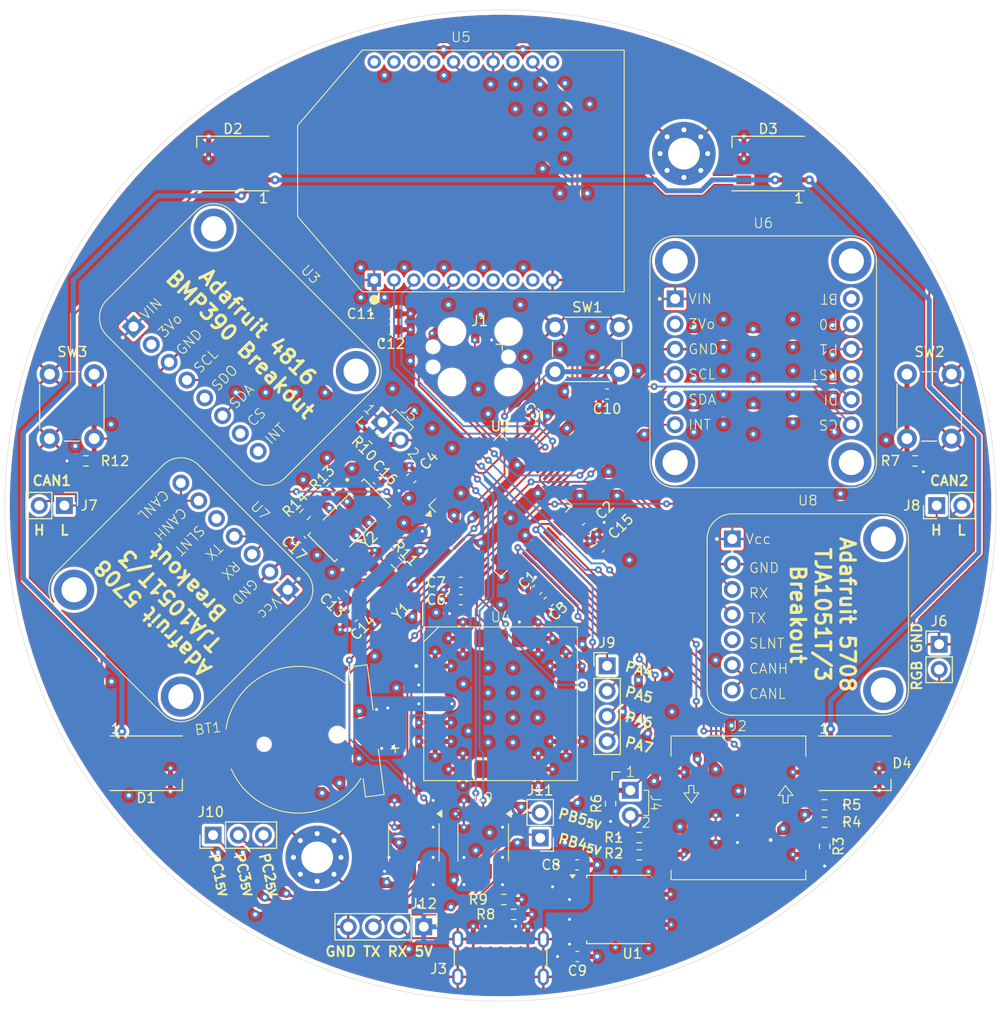
<source format=kicad_pcb>
(kicad_pcb (version 20240108) (generator "pcbnew") (generator_version "8.0")
  (layers (0 "F.Cu" signal) (1 "In1.Cu" signal) (2 "In2.Cu" signal) (31 "B.Cu" signal) (34 "B.Paste" user) (35 "F.Paste" user) (36 "B.SilkS" user "B.Silkscreen") (37 "F.SilkS" user "F.Silkscreen") (38 "B.Mask" user) (39 "F.Mask" user) (44 "Edge.Cuts" user))
  (net 0 "")
  (net 1 "GND")
  (net 2 "+3.3VBATT")
  (net 3 "+3V3")
  (net 4 "+3.3VA")
  (net 5 "+5V")
  (net 6 "/NRST")
  (net 7 "Net-(C13-Pad1)")
  (net 8 "/HSE_OUT")
  (net 9 "Net-(U2-VCAP_1)")
  (net 10 "Net-(C16-Pad1)")
  (net 11 "Net-(C17-Pad1)")
  (net 12 "Net-(D1-DOUT)")
  (net 13 "/RGB_LED")
  (net 14 "Net-(D2-DOUT)")
  (net 15 "Net-(D3-DOUT)")
  (net 16 "Net-(D4-DOUT)")
  (net 17 "/SDIO_D3")
  (net 18 "/SDIO_DET")
  (net 19 "/SDIO_D1")
  (net 20 "/SDIO_D0")
  (net 21 "/SDIO_CMD")
  (net 22 "/SDIO_CLK")
  (net 23 "/SDIO_D2")
  (net 24 "/SWDIO")
  (net 25 "/SWO")
  (net 27 "/SWCLK")
  (net 30 "Net-(J3-CC1)")
  (net 31 "Net-(J3-CC2)")
  (net 32 "/BOOT0")
  (net 33 "/CAMERA_TX")
  (net 34 "/CAMERA_RX")
  (net 35 "/PA4")
  (net 36 "/PA6")
  (net 37 "/PA7")
  (net 38 "/PA5")
  (net 39 "/PC2_EXP")
  (net 40 "/PC3_EXP")
  (net 41 "/PC1_EXP")
  (net 42 "/PB5_EXP")
  (net 43 "/PB4_EXP")
  (net 44 "/CAN1+")
  (net 45 "/CAN1-")
  (net 46 "/CAN2+")
  (net 47 "/CAN2-")
  (net 48 "/USART3_RX")
  (net 49 "/PC1")
  (net 50 "/USART3_TX")
  (net 51 "/PC2")
  (net 52 "/PB4")
  (net 53 "/PC3")
  (net 54 "/PB5")
  (net 55 "Net-(U2-PA0)")
  (net 56 "/HSE_IN")
  (net 57 "Net-(U2-PC13)")
  (net 58 "/LSE_OUT")
  (net 59 "/USART1_CTS")
  (net 60 "/I2C1_SDA")
  (net 61 "/USART2_RX")
  (net 62 "/SPI2_MISO")
  (net 63 "/CAN1_TX")
  (net 64 "/USART1_TX")
  (net 65 "/GPIO_SPI2_CS")
  (net 66 "/TIM1_CH1_PWM")
  (net 67 "/CAN1_RX")
  (net 68 "/GPIO_GPS_RST")
  (net 69 "/GPIO_RADIO_RST")
  (net 70 "/CAN2_TX")
  (net 71 "/USART1_RX")
  (net 72 "/GPIO_IMU_P0")
  (net 73 "/USART2_TX")
  (net 74 "/GPIO_IMU_RST")
  (net 75 "/EXTI0_IMU_INT")
  (net 76 "/CAN2_RX")
  (net 77 "/I2C1_SCL")
  (net 78 "/USART1_RTS")
  (net 79 "/SPI2_SCK")
  (net 80 "/SPI2_MOSI")
  (net 110 "/LSE_IN")
  (footprint "Inductor_SMD:L_0402_1005Metric" (layer "F.Cu") (at 144.75 115.75)
    (property "Reference" "L1" (hide yes))
    (property "Value" "39n")
  )
  (footprint "common:molex_472192001_microsd_hinge" (layer "F.Cu") (at 172.5 135.5)
    (property "Reference" "J2")
    (property "Value" "472192001")
  )
  (footprint "Capacitor_SMD:C_0603_1608Metric" (layer "F.Cu") (at 158.5 109.25 45)
    (property "Reference" "C15")
    (property "Value" "2u2")
  )
  (footprint "Button_Switch_THT:SW_PUSH_6mm" (layer "F.Cu") (at 103 98.25 90)
    (property "Reference" "SW3")
    (property "Value" "SPST")
  )
  (footprint "Capacitor_SMD:C_0402_1005Metric" (layer "F.Cu") (at 136 102.5 -45)
    (property "Reference" "C16")
    (property "Value" "1p5")
  )
  (footprint "Resistor_SMD:R_0603_1608Metric" (layer "F.Cu") (at 106.675 100.5)
    (property "Reference" "R12")
    (property "Value" "10k")
  )
  (footprint "Package_QFP:LQFP-64_10x10mm_P0.5mm" (layer "F.Cu") (at 148.5 105 45)
    (property "Reference" "U2")
    (property "Value" "STM32F446RET")
  )
  (footprint "Resistor_SMD:R_0603_1608Metric" (layer "F.Cu") (at 181.1875 136.95 180)
    (property "Reference" "R4")
    (property "Value" "47k")
  )
  (footprint "Connector_PinHeader_2.54mm:PinHeader_1x02_P2.54mm_Vertical" (layer "F.Cu") (at 104.5 105 -90)
    (property "Reference" "J7")
    (property "Value" "CAN1")
  )
  (footprint "Resistor_SMD:R_0603_1608Metric" (layer "F.Cu") (at 138 110.75 135)
    (property "Reference" "R11")
    (property "Value" "0R")
  )
  (footprint "LED_SMD:LED_WS2812B_PLCC4_5.0x5.0mm_P3.2mm" (layer "F.Cu") (at 121.5 70.5 180)
    (property "Reference" "D2")
    (property "Value" "WS2812B")
  )
  (footprint "Button_Switch_THT:SW_PUSH_6mm" (layer "F.Cu") (at 154 87)
    (property "Reference" "SW1")
    (property "Value" "SPST")
  )
  (footprint "tag_connect:tag_connect_tc2050-idc" (layer "F.Cu") (at 145.5 90 180)
    (property "Reference" "J1")
    (property "Value" "TC2050-IDC")
  )
  (footprint "adafruit:adafruit_4754_bno085" (layer "F.Cu") (at 175 90.5 -90)
    (property "Reference" "U6")
    (property "Value" "~")
  )
  (footprint "ublox:ublox_sam" (layer "F.Cu") (at 148.5 125)
    (property "Reference" "U4")
    (property "Value" "SAM-M10Q")
  )
  (footprint "Capacitor_SMD:C_0603_1608Metric" (layer "F.Cu") (at 157.25 107.25 -135)
    (property "Reference" "C2")
    (property "Value" "100n")
  )
  (footprint "Capacitor_SMD:C_0603_1608Metric" (layer "F.Cu") (at 139.5 102.25 45)
    (property "Reference" "C4")
    (property "Value" "100n")
  )
  (footprint "Capacitor_SMD:C_0603_1608Metric" (layer "F.Cu") (at 156.25 150.5)
    (property "Reference" "C9")
    (property "Value" "2u2")
  )
  (footprint "Resistor_SMD:R_0603_1608Metric" (layer "F.Cu") (at 149.825 146.25)
    (property "Reference" "R8")
    (property "Value" "5k1")
  )
  (footprint "Resistor_SMD:R_0603_1608Metric" (layer "F.Cu") (at 135.75 98.25 -45)
    (property "Reference" "R10")
    (property "Value" "10k")
  )
  (footprint "Capacitor_SMD:C_0603_1608Metric" (layer "F.Cu") (at 159.25 93.75)
    (property "Reference" "C10")
    (property "Value" "100n")
  )
  (footprint "Resistor_SMD:R_0603_1608Metric" (layer "F.Cu") (at 190.325 100.5 180)
    (property "Reference" "R7")
    (property "Value" "10k")
  )
  (footprint "Capacitor_SMD:C_0603_1608Metric" (layer "F.Cu") (at 150.75 96.5 -45)
    (property "Reference" "C3")
    (property "Value" "100n")
  )
  (footprint "Capacitor_SMD:C_0402_1005Metric" (layer "F.Cu") (at 128.502584 108.463497 135)
    (property "Reference" "C17")
    (property "Value" "1p5")
  )
  (footprint "Resistor_SMD:R_0603_1608Metric" (layer "F.Cu") (at 148.825 144.75)
    (property "Reference" "R9")
    (property "Value" "5k1")
  )
  (footprint "Button_Switch_THT:SW_PUSH_6mm" (layer "F.Cu") (at 189.5 98.25 90)
    (property "Reference" "SW2")
    (property "Value" "SPST")
  )
  (footprint "common:harwin_2p_2-54_jumper_open" (layer "F.Cu") (at 137.5 97.5 -45)
    (property "Reference" "J5")
    (property "Value" "~")
  )
  (footprint "Connector_PinHeader_2.54mm:PinHeader_1x03_P2.54mm_Vertical" (layer "F.Cu") (at 119.5 138.25 90)
    (property "Reference" "J10")
    (property "Value" "PC1-3")
  )
  (footprint "Capacitor_SMD:C_0603_1608Metric" (layer "F.Cu") (at 132.565685 114.012742 -45)
    (property "Reference" "C13")
    (property "Value" "20p")
  )
  (footprint "Capacitor_SMD:C_0603_1608Metric" (layer "F.Cu") (at 156.225 141.25)
    (property "Reference" "C8")
    (property "Value" "1u")
  )
  (footprint "Capacitor_SMD:C_0603_1608Metric" (layer "F.Cu") (at 144.5 112.75 180)
    (property "Reference" "C7")
    (property "Value" "10n")
  )
  (footprint "common:to-252-2_dpak-2-leg" (layer "F.Cu") (at 160.5 145.75)
    (property "Reference" "U1")
    (property "Value" "ld39150dt33-r")
  )
  (footprint "adafruit:adafruit_4816_bmp390" (layer "F.Cu") (at 122.25 88.75 -45)
    (property "Reference" "U3")
    (property "Value" "~")
  )
  (footprint "common:xtal_abs25-32.768khz-6-t" (layer "F.Cu") (at 133.25 106.5 -45)
    (property "Reference" "Y2")
    (property "Value" "32k768")
  )
  (footprint "Connector_PinHeader_2.54mm:PinHeader_1x02_P2.54mm_Vertical" (layer "F.Cu") (at 152.5 138.54 180)
    (property "Reference" "J11")
    (property "Value" "PB4-5")
  )
  (footprint "common:molex_2171750001_usb_c_6p" (layer "F.Cu") (at 148.5 151.75)
    (property "Reference" "J3")
    (property "Value" "2171750001")
  )
  (footprint "LED_SMD:LED_WS2812B_PLCC4_5.0x5.0mm_P3.2mm" (layer "F.Cu") (at 175.5 70.5 180)
    (property "Reference" "D3")
    (property "Value" "WS2812B")
  )
  (footprint "Resistor_SMD:R_0603_1608Metric" (layer "F.Cu") (at 159.6 135.07 90)
    (property "Reference" "R6")
    (property "Value" "10k")
  )
  (footprint "Capacitor_SMD:C_0603_1608Metric" (layer "F.Cu") (at 153.351992 114.698008 -135)
    (property "Reference" "C5")
    (property "Value" "4u7")
  )
  (footprint "Connector_PinHeader_2.54mm:PinHeader_1x02_P2.54mm_Vertical" (layer "F.Cu") (at 192.5 105 90)
    (property "Reference" "J8")
    (property "Value" "CAN2")
  )
  (footprint "MountingHole:MountingHole_3.2mm_M3_Pad_Via" (layer "F.Cu") (at 130 140.5)
    (property "Reference" "H1" (hide yes))
    (property "Value" "M3")
  )
  (footprint "common:harwin_2p_2-54_jumper_open" (layer "F.Cu") (at 161.6 135 -90)
    (property "Reference" "J4")
    (property "Value" "~")
  )
  (footprint "Connector_PinHeader_2.54mm:PinHeader_1x04_P2.54mm_Vertical" (layer "F.Cu") (at 140.75 147.5 -90)
    (property "Reference" "J12")
    (property "Value" "Camera")
  )
  (footprint "adafruit:adafruit_5708_tja1051t-3" (layer "F.Cu") (at 179.5 116 -90)
    (property "Reference" "U8")
    (property "Value" "~")
  )
  (footprint "Resistor_SMD:R_0603_1608Metric" (layer "F.Cu") (at 162.5 140.25)
    (property "Reference" "R2")
    (property "Value" "47k")
  )
  (footprint "Resistor_SMD:R_0603_1608Metric" (layer "F.Cu") (at 131.5 103.25 45)
    (property "Reference" "R13")
    (property "Value" "0R")
  )
  (footprint "common:harwin_s8411-45r_cr1220_battery" (layer "F.Cu") (at 128.120153 128.632708 97.5)
    (property "Reference" "BT1")
    (property "Value" "CR1220")
  )
  (footprint "Resistor_SMD:R_0603_1608Metric" (layer "F.Cu") (at 162.5 138.5)
    (property "Reference" "R1")
    (property "Value" "47k")
  )
  (footprint "Capacitor_SMD:C_0603_1608Metric" (layer "F.Cu") (at 144.5 114.5 180)
    (property "Reference" "C6")
    (property "Value" "1u")
  )
  (footprint "Resistor_SMD:R_0603_1608Metric" (layer "F.Cu") (at 181.2 139.375 90)
    (property "Reference" "R3")
    (property "Value" "47k")
  )
  (footprint "Resistor_SMD:R_0603_1608Metric" (layer "F.Cu") (at 128.779808 105.907449 -135)
    (property "Reference" "R14")
    (property "Value" "0R")
  )
  (footprint "Capacitor_SMD:C_0603_1608Metric" (layer "F.Cu") (at 137.43 85.655)
    (property "Reference" "C11")
    (property "Value" "47p")
  )
  (footprint "common:txb0104qpwrq1" (layer "F.Cu") (at 146.75 139 -90)
    (property "Reference" "U9")
    (property "Value" "TXB0104QPWRQ1")
  )
  (footprint "LED_SMD:LED_WS2812B_PLCC4_5.0x5.0mm_P3.2mm" (layer "F.Cu") (at 112.75 131)
    (property "Reference" "D1")
    (property "Value" "WS2812B")
  )
  (footprint "Resistor_SMD:R_0603_1608Metric" (layer "F.Cu") (at 181.1875 135.2 180)
    (property "Reference" "R5")
    (property "Value" "47k")
  )
  (footprint "common:xtal_abm3b-8.000mhz-10-1-u-t" (layer "F.Cu") (at 135.815685 113.012742 -45)
    (property "Reference" "Y1")
    (property "Value" "8M")
  )
  (footprint "MountingHole:MountingHole_3.2mm_M3_Pad_Via" (layer "F.Cu") (at 167 69.5)
    (property "Reference" "H2" (hide yes))
    (property "Value" "M3")
  )
  (footprint "Connector_PinHeader_2.54mm:PinHeader_1x02_P2.54mm_Vertical" (layer "F.Cu") (at 192.75 119)
    (property "Reference" "J6")
    (property "Value" "WS2812B")
  )
  (footprint "adafruit:adafruit_5708_tja1051t-3" (layer "F.Cu") (at 116.25 113.5 135)
    (property "Reference" "U7")
    (property "Value" "~")
  )
  (footprint "LED_SMD:LED_WS2812B_PLCC4_5.0x5.0mm_P3.2mm" (layer "F.Cu") (at 184.25 131)
    (property "Reference" "D4")
    (property "Value" "WS2812B")
  )
  (footprint "Connector_PinHeader_2.54mm:PinHeader_1x04_P2.54mm_Vertical" (layer "F.Cu") (at 159.25 121.17)
    (property "Reference" "J9")
    (property "Value" "PA4-7")
  )
  (footprint "Capacitor_SMD:C_0603_1608Metric" (layer "F.Cu") (at 152.201992 113.498008 -135)
    (property "Reference" "C1")
    (property "Value" "100n")
  )
  (footprint "Capacitor_SMD:C_0603_1608Metric" (layer "F.Cu") (at 133.565685 116.262742 -135)
    (property "Reference" "C14")
    (property "Value" "20p")
  )
  (footprint "digi_xbee:xbee_pro_900hp" (layer "F.Cu") (at 144.5 71.25 90)
    (property "Reference" "U5")
    (property "Value" "XBP9B-DMWT-002")
  )
  (footprint "common:txb0104qpwrq1" (layer "F.Cu") (at 139.75 139 -90)
    (property "Reference" "U10" (hide yes))
    (property "Value" "TXB0104QPWRQ1")
  )
  (footprint "Capacitor_SMD:C_0603_1608Metric" (layer "F.Cu") (at 137.43 87.255)
    (property "Reference" "C12")
    (property "Value" "1u")
  )
  (gr_circle (center 148.5 105) (end 198.5 105) (stroke (width 0.05)) (fill none) (layer "Edge.Cuts"))
  (gr_text "PA4" (at 161 121.17 345) (layer "F.SilkS") (effects (font (size 1 1) (thickness 0.2) (bold yes)) (justify left)))
  (gr_text "L" (at 104.5 107.5 0) (layer "F.SilkS") (effects (font (size 1 1) (thickness 0.2) (bold yes))))
  (gr_text "PC1_{5V}" (at 119.5 140 -75) (layer "F.SilkS") (effects (font (size 1 1) (thickness 0.2) (bold yes)) (justify left)))
  (gr_text "CAN2" (at 193.77 102.5 0) (layer "F.SilkS") (effects (font (size 1 1) (thickness 0.2) (bold yes))))
  (gr_text "L" (at 195 107.5 0) (layer "F.SilkS") (effects (font (size 1 1) (thickness 0.2) (bold yes))))
  (gr_text "H" (at 101.96 107.5 0) (layer "F.SilkS") (effects (font (size 1 1) (thickness 0.2) (bold yes))))
  (gr_text "PA5" (at 161 123.710001 345) (layer "F.SilkS") (effects (font (size 1 1) (thickness 0.2) (bold yes)) (justify left)))
  (gr_text "PA7" (at 161 128.79 345) (layer "F.SilkS") (effects (font (size 1 1) (thickness 0.2) (bold yes)) (justify left)))
  (gr_text "PB5_{5V}" (at 154.25 136 -15) (layer "F.SilkS") (effects (font (size 1 1) (thickness 0.2) (bold yes)) (justify left)))
  (gr_text "PC3_{5V}" (at 122.025 140 -75) (layer "F.SilkS") (effects (font (size 1 1) (thickness 0.2) (bold yes)) (justify left)))
  (gr_text "PC2_{5V}" (at 124.565 140 -75) (layer "F.SilkS") (effects (font (size 1 1) (thickness 0.2) (bold yes)) (justify left)))
  (gr_text "GND TX RX 5V" (at 136.25 150 0) (layer "F.SilkS") (effects (font (size 1 1) (thickness 0.2) (bold yes))))
  (gr_text "H" (at 192.46 107.5 0) (layer "F.SilkS") (effects (font (size 1 1) (thickness 0.2) (bold yes))))
  (gr_text "PB4_{5V}" (at 154.25 138.54 -15) (layer "F.SilkS") (effects (font (size 1 1) (thickness 0.2) (bold yes)) (justify left)))
  (gr_text "CAN1" (at 103.23 102.5 0) (layer "F.SilkS") (effects (font (size 1 1) (thickness 0.2) (bold yes))))
  (gr_text "PA6" (at 161 126.25 345) (layer "F.SilkS") (effects (font (size 1 1) (thickness 0.2) (bold yes)) (justify left)))
  (gr_text "RGB GND" (at 190.5 120.25 90) (layer "F.SilkS") (effects (font (size 1 1) (thickness 0.2) (bold yes))))
  (segment (start 152.300001 131.599999) (end 152.3 131.599999) (width 0.5) (layer "F.Cu") (net 1))
  (segment (start 158.2 107.9) (end 158.246016 107.9) (width 0.5) (layer "F.Cu") (net 1))
  (segment (start 139.405 85.655) (end 138.205 85.655) (width 0.5) (layer "F.Cu") (net 1))
  (segment (start 178 131.9) (end 179.375 131.9) (width 0.5) (layer "F.Cu") (net 1))
  (segment (start 127.512935 108.774323) (end 128.163172 108.124086) (width 0.5) (layer "F.Cu") (net 1))
  (segment (start 150.214734 98.689072) (end 151.298008 97.605798) (width 0.19) (layer "F.Cu") (net 1))
  (segment (start 143.725 114.5) (end 143.725 112.75) (width 0.5) (layer "F.Cu") (net 1))
  (segment (start 135.25 110.75) (end 135.25 110.078427) (width 0.5) (layer "F.Cu") (net 1))
  (segment (start 142.189072 103.285266) (end 141.403806 102.5) (width 0.19) (layer "F.Cu") (net 1))
  (segment (start 141.9 121.2) (end 141.9 119.749998) (width 0.5) (layer "F.Cu") (net 1))
  (segment (start 151.65 146.25) (end 150.65 146.25) (width 0.5) (layer "F.Cu") (net 1))
  (segment (start 143.725 112.249874) (end 143.725 112.75) (width 0.19) (layer "F.Cu") (net 1))
  (segment (start 155.1 128.8) (end 155.1 130.249998) (width 0.5) (layer "F.Cu") (net 1))
  (segment (start 143.499999 121.199999) (end 143.5 121.199998) (width 0.5) (layer "F.Cu") (net 1))
  (segment (start 152.3 131.6) (end 152.3 129.999999) (width 0.5) (layer "F.Cu") (net 1))
  (segment (start 144.8 134.75) (end 144.8 136.1) (width 0.2) (layer "F.Cu") (net 1))
  (segment (start 150.63 144.75) (end 149.65 144.75) (width 0.5) (layer "F.Cu") (net 1))
  (segment (start 150.214734 111.310928) (end 151.375018 112.471212) (width 0.19) (layer "F.Cu") (net 1))
  (segment (start 135.8 115.709302) (end 136.324998 115.184304) (width 0.5) (layer "F.Cu") (net 1))
  (segment (start 155.099999 121.199998) (end 155.100001 121.199999) (width 0.5) (layer "F.Cu") (net 1))
  (segment (start 155.1 121.2) (end 155.1 119.749998) (width 0.5) (layer "F.Cu") (net 1))
  (segment (start 136.928822 102.25) (end 136.339411 102.839411) (width 0.5) (layer "F.Cu") (net 1))
  (segment (start 167 131.9) (end 165.625 131.9) (width 0.5) (layer "F.Cu") (net 1))
  (segment (start 143.5 112.75) (end 142.75 113.5) (width 0.5) (layer "F.Cu") (net 1))
  (segment (start 152.3 118.4) (end 153.749999 118.4) (width 0.5) (layer "F.Cu") (net 1))
  (segment (start 140.250001 126.9) (end 140.25 126.899999) (width 0.5) (layer "F.Cu") (net 1))
  (segment (start 143.5 121.199998) (end 141.900002 121.199998) (width 0.5) (layer "F.Cu") (net 1))
  (segment (start 144.7 129.999998) (end 144.7 131.6) (width 0.5) (layer "F.Cu") (net 1))
  (segment (start 143.499997 121.2) (end 143.499998 121.199999) (width 0.5) (layer "F.Cu") (net 1))
  (segment (start 155.1 121.2) (end 156.749999 121.2) (width 0.5) (layer "F.Cu") (net 1))
  (segment (start 137.8 134.75) (end 137.8 136.1) (width 0.2) (layer "F.Cu") (net 1))
  (segment (start 141.9 126.9) (end 140.250001 126.9) (width 0.5) (layer "F.Cu") (net 1))
  (segment (start 153.500001 128.8) (end 153.5 128.799999) (width 0.5) (layer "F.Cu") (net 1))
  (segment (start 143.725 114.5) (end 142.55 114.5) (width 0.5) (layer "F.Cu") (net 1))
  (segment (start 165.695 147.275) (end 163.435 147.275) (width 0.5) (layer "F.Cu") (net 1))
  (segment (start 155.1 128.8) (end 153.500001 128.8) (width 0.5) (layer "F.Cu") (net 1))
  (segment (start 151.298008 97.605798) (end 151.298008 97.048008) (width 0.19) (layer "F.Cu") (net 1))
  (segment (start 186.7 133.75) (end 186.700001 132.65) (width 0.5) (layer "F.Cu") (net 1))
  (segment (start 153.749999 131.6) (end 153.75 131.599999) (width 0.5) (layer "F.Cu") (net 1))
  (segment (start 170.205 137.6) (end 170.205 136.25) (width 0.2) (layer "F.Cu") (net 1))
  (segment (start 150.924002 113.316034) (end 151.653984 114.046016) (width 0.5) (layer "F.Cu") (net 1))
  (segment (start 134.481389 96.981389) (end 135.166637 97.666637) (width 0.5) (layer "F.Cu") (net 1))
  (segment (start 135.25 110.078427) (end 135.815685 109.512742) (width 0.5) (layer "F.Cu") (net 1))
  (segment (start 160.085 141.915) (end 160.085 144.225) (width 0.5) (layer "F.Cu") (net 1))
  (segment (start 143.25 118.399999) (end 144.699999 118.399999) (width 0.5) (layer "F.Cu") (net 1))
  (segment (start 151.375018 113.76705) (end 151.653984 114.046016) (width 0.19) (layer "F.Cu") (net 1))
  (segment (start 163.435 149.685) (end 163.435 147.275) (width 0.5) (layer "F.Cu") (net 1))
  (segment (start 154.810928 106.714734) (end 155.894202 107.798008) (width 0.19) (layer "F.Cu") (net 1))
  (segment (start 156.749999 121.2) (end 156.75 121.199999) (width 0.5) (layer "F.Cu") (net 1))
  (segment (start 155.894202 107.798008) (end 156.701992 107.798008) (width 0.19) (layer "F.Cu") (net 1))
  (segment (start 151.25 147.45) (end 151.25 148.67) (width 0.5) (layer "F.Cu") (net 1))
  (segment (start 158.246016 107.9) (end 159.048008 108.701992) (width 0.5) (layer "F.Cu") (net 1))
  (segment (start 186.700001 131.499999) (end 186.700001 132.65) (width 0.5) (layer "F.Cu") (net 1))
  (segment (start 150.210928 111.310928) (end 150.214734 111.310928) (width 0.19) (layer "F.Cu") (net 1))
  (segment (start 144.8 137.45) (end 144.8 136.1) (width 0.2) (layer "F.Cu") (net 1))
  (segment (start 145.724606 110.250268) (end 143.725 112.249874) (width 0.19) (layer "F.Cu") (net 1))
  (segment (start 165.7 147.28) (end 165.695 147.275) (width 0.5) (layer "F.Cu") (net 1))
  (segment (start 157 141.25) (end 158.25 141.25) (width 0.5) (layer "F.Cu") (net 1))
  (segment (start 141.9 126.9) (end 143.5 126.9) (width 0.5) (layer "F.Cu") (net 1))
  (segment (start 144.7 131.6) (end 143.250001 131.6) (width 0.5) (layer "F.Cu") (net 1))
  (segment (start 115.2 133.849641) (end 115.2 132.65) (width 0.5) (layer "F.Cu") (net 1))
  (segment (start 143.475 112.499874) (end 143.475 112.75) (width 0.19) (layer "F.Cu") (net 1))
  (segment (start 152.300001 118.4) (end 152.300001 118.399999) (width 0.5) (layer "F.Cu") (net 1))
  (segment (start 167 140.2) (end 165.625 140.2) (width 0.5) (layer "F.Cu") (net 1))
  (segment (start 151.653984 114.096016) (end 152.803984 115.246016) (width 0.5) (layer "F.Cu") (net 1))
  (segment (start 141.581084 87.627438) (end 142.96 89.006354) (width 0.19) (layer "F.Cu") (net 1))
  (segment (start 163.435 141.935) (end 163.435 144.225) (width 0.5) (layer "F.Cu") (net 1))
  (segment (start 144.7 118.4) (end 144.7 116.749998) (width 0.5) (layer "F.Cu") (net 1))
  (segment (start 152.3 131.6) (end 152.3 133.249997) (width 0.5) (layer "F.Cu") (net 1))
  (segment (start 151.75 96.596016) (end 151.298008 97.048008) (width 0.5) (layer "F.Cu") (net 1))
  (segment (start 119.05 67.75) (end 119.05 70) (width 0.5) (layer "F.Cu") (net 1))
  (segment (start 143.449997 121.25) (end 143.499998 121.199999) (width 0.5) (layer "F.Cu") (net 1))
  (segment (start 141.9 128.8) (end 140.250001 128.8) (width 0.5) (layer "F.Cu") (net 1))
  (segment (start 145.75 147.45) (end 145.75 148.67) (width 0.5) (layer "F.Cu") (net 1))
  (segment (start 144.7 119.999998) (end 144.7 118.4) (width 0.5) (layer "F.Cu") (net 1))
  (segment (start 158.475 94.95) (end 158.475 93.75) (width 0.5) (layer "F.Cu") (net 1))
  (segment (start 139.405 87.255) (end 138.205 87.255) (width 0.5) (layer "F.Cu") (net 1))
  (segment (start 132.363693 115.31075) (end 133.113693 114.56075) (width 0.5) (layer "F.Cu") (net 1))
  (segment (start 157.5 108.596016) (end 156.701992 107.798008) (width 0.5) (layer "F.Cu") (net 1))
  (segment (start 152.3 116.749999) (end 152.3 118.4) (width 0.5) (layer "F.Cu") (net 1))
  (segment (start 140.846016 102.5) (end 140.048008 101.701992) (width 0.19) (layer "F.Cu") (net 1))
  (segment (start 170.205 139) (end 170.205 137.6) (width 0.2) (layer "F.Cu") (net 1))
  (segment (start 139.3 100.953984) (end 140.048008 101.701992) (width 0.5) (layer "F.Cu") (net 1))
  (segment (start 155.187006 128.999999) (end 154.510408 128.323401) (width 0.19) (layer "F.Cu") (net 1))
  (segment (start 153.551992 115.994024) (end 152.803984 115.246016) (width 0.5) (layer "F.Cu") (net 1))
  (segment (start 153.5 121.2) (end 153.5 121.2) (width 0.5) (layer "F.Cu") (net 1))
  (segment (start 151.75 95.9) (end 151.75 96.596016) (width 0.5) (layer "F.Cu") (net 1))
  (segment (start 173.05 67.75) (end 173.05 68.75) (width 0.5) (layer "F.Cu") (net 1))
  (segment (start 151.375018 112.471212) (end 151.375018 113.76705) (width 0.19) (layer "F.Cu") (net 1))
  (segment (start 152.3 129.999999) (end 152.300001 129.999998) (width 0.5) (layer "F.Cu") (net 1))
  (segment (start 173.049999 70) (end 173.049999 68.75) (width 0.5) (layer "F.Cu") (net 1))
  (segment (start 135.8 117) (end 135.8 115.709302) (width 0.5) (layer "F.Cu") (net 1))
  (segment (start 141.403806 102.5) (end 140.846016 102.5) (width 0.19) (layer "F.Cu") (net 1))
  (segment (start 165.645 144.225) (end 163.435 144.225) (width 0.5) (layer "F.Cu") (net 1))
  (segment (start 160.085 149.585) (end 160.085 147.275) (width 0.5) (layer "F.Cu") (net 1))
  (segment (start 143.499998 128.8) (end 143.499999 128.799999) (width 0.5) (layer "F.Cu") (net 1))
  (segment (start 155.1 128.8) (end 156.749999 128.8) (width 0.5) (layer "F.Cu") (net 1))
  (segment (start 145.9 88.965) (end 145.5 89.365) (width 0.19) (layer "F.Cu") (net 1))
  (segment (start 145.9 88.3) (end 145.9 88.965) (width 0.19) (layer "F.Cu") (net 1))
  (segment (start 143.250001 131.6) (end 143.25 131.599999) (width 0.5) (layer "F.Cu") (net 1))
  (segment (start 152.3 131.6) (end 153.749999 131.6) (width 0.5) (layer "F.Cu") (net 1))
  (segment (start 152.3 133.249997) (end 152.300001 133.249998) (width 0.5) (layer "F.Cu") (net 1))
  (segment (start 158.25 150.5) (end 157.025 150.5) (width 0.5) (layer "F.Cu") (net 1))
  (segment (start 178 140.2) (end 179.375 140.2) (width 0.5) (layer "F.Cu") (net 1))
  (segment (start 141.9 128.8) (end 141.9 130.249999) (width 0.5) (layer "F.Cu") (net 1))
  (segment (start 115.2 131.5) (end 115.2 132.65) (width 0.5) (layer "F.Cu") (net 1))
  (segment (start 137.8 137.45) (end 137.8 136.1) (width 0.2) (layer "F.Cu") (net 1))
  (segment (start 152.3 118.4) (end 152.3 119.999997) (width 0.5) (layer "F.Cu") (net 1))
  (segment (start 140.250001 128.8) (end 140.25 128.799999) (width 0.5) (layer "F.Cu") (net 1))
  (segment (start 153.500001 121.2) (end 153.5 121.199999) (width 0.5) (layer "F.Cu") (net 1))
  (segment (start 141.9 128.8) (end 143.499998 128.8) (width 0.5) (layer "F.Cu") (net 1))
  (segment (start 143.950001 136.100001) (end 144.775001 136.100001) (width 0.5) (layer "F.Cu") (net 1))
  (segment (start 144.7 131.6) (end 144.7 133.249998) (width 0.5) (layer "F.Cu") (net 1))
  (segment (start 132.315685 117.512742) (end 133.017677 116.81075) (width 0.5) (layer "F.Cu") (net 1))
  (segment (start 142.96 89.006354) (end 142.96 89.365) (width 0.19) (layer "F.Cu") (net 1))
  (segment (start 156.749999 128.8) (end 156.75 128.799999) (width 0.5) (layer "F.Cu") (net 1))
  (segment (start 143.725 112.75) (end 143.5 112.75) (width 0.5) (layer "F.Cu") (net 1))
  (segment (start 141.900002 121.199998) (end 141.9 121.2) (width 0.5) (layer "F.Cu") (net 1))
  (segment (start 155.1 121.2) (end 153.500001 121.2) (width 0.5) (layer "F.Cu") (net 1))
  (segment (start 144.699999 118.399999) (end 144.7 118.4) (width 0.5) (layer "F.Cu") (net 1))
  (via (at 186.700001 131.499999) (size 0.7) (drill 0.3) (layers "F.Cu" "B.Cu") (net 1))
  (via (at 134.25 125.75) (size 0.9) (drill 0.4) (layers "F.Cu" "B.Cu") (net 1))
  (via (at 154.5 73.5) (size 0.9) (drill 0.4) (layers "F.Cu" "B.Cu") (net 1))
  (via (at 162.4 91.4) (size 0.9) (drill 0.4) (layers "F.Cu" "B.Cu") (net 1))
  (via (at 122.5 140) (size 0.9) (drill 0.4) (layers "F.Cu" "B.Cu") (net 1))
  (via (at 144.7 116.749998) (size 0.7) (drill 0.3) (layers "F.Cu" "B.Cu") (net 1))
  (via (at 147.25 126.4) (size 0.9) (drill 0.4) (layers "F.Cu" "B.Cu") (net 1))
  (via (at 152.75 71) (size 0.9) (drill 0.4) (layers "F.Cu" "B.Cu") (net 1))
  (via (at 174 94.8) (size 0.9) (drill 0.4) (layers "F.Cu" "B.Cu") (net 1))
  (via (at 147.25 95.75) (size 0.9) (drill 0.4) (layers "F.Cu" "B.Cu") (net 1))
  (via (at 126.87934 144.15) (size 0.9) (drill 0.4) (layers "F.Cu" "B.Cu") (net 1))
  (via (at 186.7 133.75) (size 0.7) (drill 0.3) (layers "F.Cu" "B.Cu") (net 1))
  (via (at 163 97.8) (size 0.9) (drill 0.4) (layers "F.Cu" "B.Cu") (net 1))
  (via (at 109.25 122.75) (size 0.9) (drill 0.4) (layers "F.Cu" "B.Cu") (net 1))
  (via (at 162.4 122.6) (size 0.9) (drill 0.4) (layers "F.Cu" "B.Cu") (net 1))
  (via (at 157.5 108.596016) (size 0.7) (drill 0.3) (layers "F.Cu" "B.Cu") (net 1))
  (via (at 168 87) (size 0.9) (drill 0.4) (layers "F.Cu" "B.Cu") (net 1))
  (via (at 138.25 139) (size 0.9) (drill 0.4) (layers "F.Cu" "B.Cu") (net 1))
  (via (at 178 91.4) (size 0.9) (drill 0.4) (layers "F.Cu" "B.Cu") (net 1))
  (via (at 143.25 118.399999) (size 0.7) (drill 0.3) (layers "F.Cu" "B.Cu") (net 1))
  (via (at 151.75 95.9) (size 0.7) (drill 0.3) (layers "F.Cu" "B.Cu") (net 1))
  (via (at 150 65) (size 0.9) (drill 0.4) (layers "F.Cu" "B.Cu") (net 1))
  (via (at 133.5 101.25) (size 0.9) (drill 0.4) (layers "F.Cu" "B.Cu") (net 1))
  (via (at 174 92.2) (size 0.9) (drill 0.4) (layers "F.Cu" "B.Cu") (net 1))
  (via (at 158.25 150.5) (size 0.9) (drill 0.4) (layers "F.Cu" "B.Cu") (net 1))
  (via (at 131.5 111.75) (size 0.9) (drill 0.4) (layers "F.Cu" "B.Cu") (net 1))
  (via (at 142.8 61.6) (size 0.9) (drill 0.4) (layers "F.Cu" "B.Cu") (net 1))
  (via (at 132.363693 115.31075) (size 0.7) (drill 0.3) (layers "F.Cu" "B.Cu") (net 1))
  (via (at 131.25 105.25) (size 0.9) (drill 0.4) (layers "F.Cu" "B.Cu") (net 1))
  (via (at 143.8 106) (size 0.9) (drill 0.4) (layers "F.Cu" "B.Cu") (net 1))
  (via (at 167 140.2) (size 0.7) (drill 0.3) (layers "F.Cu" "B.Cu") (net 1))
  (via (at 153.5 128.799999) (size 0.7) (drill 0.3) (layers "F.Cu" "B.Cu") (net 1))
  (via (at 150.5 84.75) (size 0.9) (drill 0.4) (layers "F.Cu" "B.Cu") (net 1))
  (via (at 115.2 133.849641) (size 0.7) (drill 0.3) (layers "F.Cu" "B.Cu") (net 1))
  (via (at 139.4 90.4) (size 0.9) (drill 0.4) (layers "F.Cu" "B.Cu") (net 1))
  (via (at 178 131.9) (size 0.7) (drill 0.3) (layers "F.Cu" "B.Cu") (net 1))
  (via (at 145.25 127.75) (size 0.9) (drill 0.4) (layers "F.Cu" "B.Cu") (net 1))
  (via (at 147.25 128.9) (size 0.9) (drill 0.4) (layers "F.Cu" "B.Cu") (net 1))
  (via (at 163.435 141.935) (size 0.7) (drill 0.3) (layers "F.Cu" "B.Cu") (net 1))
  (via (at 111 134.25) (size 0.9) (drill 0.4) (layers "F.Cu" "B.Cu") (net 1))
  (via (at 182 89.8) (size 0.9) (drill 0.4) (layers "F.Cu" "B.Cu") (net 1))
  (via (at 133 104.6) (size 0.9) (drill 0.4) (layers "F.Cu" "B.Cu") (net 1))
  (via (at 139.8 95.4) (size 0.9) (drill 0.4) (layers "F.Cu" "B.Cu") (net 1))
  (via (at 178 93.8) (size 0.9) (drill 0.4) (layers "F.Cu" "B.Cu") (net 1))
  (via (at 143.5 126.9) (size 0.7) (drill 0.3) (layers "F.Cu" "B.Cu") (net 1))
  (via (at 150.2 100.9) (size 0.9) (drill 0.4) (layers "F.Cu" "B.Cu") (net 1))
  (via (at 152.5 67.5) (size 0.9) (drill 0.4) (layers "F.Cu" "B.Cu") (net 1))
  (via (at 159.4 101.6) (size 0.9) (drill 0.4) (layers "F.Cu" "B.Cu") (net 1))
  (via (at 139.25 104.25) (size 0.9) (drill 0.4) (layers "F.Cu" "B.Cu") (net 1))
  (via (at 157.75 90) (size 0.9) (drill 0.4) (layers "F.Cu" "B.Cu") (net 1))
  (via (at 119.05 67.75) (size 0.7) (drill 0.3) (layers "F.Cu" "B.Cu") (net 1))
  (via (at 124.8 93.6) (size 0.9) (drill 0.4) (layers "F.Cu" "B.Cu") (net 1))
  (via (at 171 96.8) (size 0.9) (drill 0.4) (layers "F.Cu" "B.Cu") (net 1))
  (via (at 155 93.5) (size 0.9) (drill 0.4) (layers "F.Cu" "B.Cu") (net 1))
  (via (at 139.8 113) (size 0.9) (drill 0.4) (layers "F.Cu" "B.Cu") (net 1))
  (via (at 160.085 149.585) (size 0.7) (drill 0.3) (layers "F.Cu" "B.Cu") (net 1))
  (via (at 177 137.6) (size 0.9) (drill 0.4) (layers "F.Cu" "B.Cu") (net 1))
  (via (at 162.473205 126.673205) (size 0.9) (drill 0.4) (layers "F.Cu" "B.Cu") (net 1))
  (via (at 136.8 84) (size 0.9) (drill 0.4) (layers "F.Cu" "B.Cu") (net 1))
  (via (at 157.5 64.5) (size 0.9) (drill 0.4) (layers "F.Cu" "B.Cu") (net 1))
  (via (at 105.6 99) (size 0.9) (drill 0.4) (layers "F.Cu" "B.Cu") (net 1))
  (via (at 172.5 133.8) (size 0.9) (drill 0.4) (layers "F.Cu" "B.Cu") (net 1))
  (via (at 168 94.8) (size 0.9) (drill 0.4) (layers "F.Cu" "B.Cu") (net 1))
  (via (at 160.25 104) (size 0.9) (drill 0.4) (layers "F.Cu" "B.Cu") (net 1))
  (via (at 134.223205 130.526795) (size 0.9) (drill 0.4) (layers "F.Cu" "B.Cu") (net 1))
  (via (at 178 89) (size 0.9) (drill 0.4) (layers "F.Cu" "B.Cu") (net 1))
  (via (at 182 86.8) (size 0.9) (drill 0.4) (layers "F.Cu" "B.Cu") (net 1))
  (via (at 158.25 141.25) (size 0.9) (drill 0.4) (layers "F.Cu" "B.Cu") (net 1))
  (via (at 128.6 102.4) (size 0.9) (drill 0.4) (layers "F.Cu" "B.Cu") (net 1))
  (via (at 135.8 117) (size 0.7) (drill 0.3) (layers "F.Cu" "B.Cu") (net 1))
  (via (at 178 96.6) (size 0.9) (drill 0.4) (layers "F.Cu" "B.Cu") (net 1))
  (via (at 170.2 131.6) (size 0.9) (drill 0.4) (layers "F.Cu" "B.Cu") (net 1))
  (via (at 134.4 84) (size 0.9) (drill 0.4) (layers "F.Cu" "B.Cu") (net 1))
  (via (at 149.75 121.4) (size 0.9) (drill 0.4) (layers "F.Cu" "B.Cu") (net 1))
  (via (at 143.25 131.599999) (size 0.7) (drill 0.3) (layers "F.Cu" "B.Cu") (net 1))
  (via (at 138.8 81) (size 0.9) (drill 0.4) (layers "F.Cu" "B.Cu") (net 1))
  (via (at 168 92.2) (size 0.9) (drill 0.4) (layers "F.Cu" "B.Cu") (net 1))
  (via (at 146.505 108.75) (size 0.9) (drill 0.4) (layers "F.Cu" "B.Cu") (net 1))
  (via (at 173.05 67.75) (size 0.7) (drill 0.3) (layers "F.Cu" "B.Cu") (net 1))
  (via (at 147.25 121.4) (size 0.9) (drill 0.4) (layers "F.Cu" "B.Cu") (net 1))
  (via (at 170.2 120.6) (size 0.9) (drill 0.4) (layers "F.Cu" "B.Cu") (net 1))
  (via (at 151 90) (size 0.9) (drill 0.4) (layers "F.Cu" "B.Cu") (net 1))
  (via (at 168.36 130.6) (size 0.9) (drill 0.4) (layers "F.Cu" "B.Cu") (net 1))
  (via (at 141.6 97.2) (size 0.9) (drill 0.4) (layers "F.Cu" "B.Cu") (net 1))
  (via (at 140.25 128.799999) (size 0.7) (drill 0.3) (layers "F.Cu" "B.Cu") (net 1))
  (via (at 147.4 138) (size 0.9) (drill 0.4) (layers "F.Cu" "B.Cu") (net 1))
  (via (at 115.2 131.5) (size 0.7) (drill 0.3) (layers "F.Cu" "B.Cu") (net 1))
  (via (at 124.723205 144.526795) (size 0.9) (drill 0.4) (layers "F.Cu" "B.Cu") (net 1))
  (via (at 144.7 129.999998) (size 0.7) (drill 0.3) (layers "F.Cu" "B.Cu") (net 1))
  (via (at 132.315685 117.512742) (size 0.7) (drill 0.3) (layers "F.Cu" "B.Cu") (net 1))
  (via (at 139.25 149.75) (size 0.9) (drill 0.4) (layers "F.Cu" "B.Cu") (net 1))
  (via (at 150.8 81) (size 0.9) (drill 0.4) (layers "F.Cu" "B.Cu") (net 1))
  (via (at 153.75 131.599999) (size 0.7) (drill 0.3) (layers "F.Cu" "B.Cu") (net 1))
  (via (at 150.924002 113.316034) (size 0.7) (drill 0.3) (layers "F.Cu" "B.Cu") (net 1))
  (via (at 171 91.4) (size 0.9) (drill 0.4) (layers "F.Cu" "B.Cu") (net 1))
  (via (at 165.7 147.28) (size 0.7) (drill 0.3) (layers "F.Cu" "B.Cu") (net 1))
  (via (at 136.928822 102.25) (size 0.7) (drill 0.3) (layers "F.Cu" "B.Cu") (net 1))
  (via (at 148.6 112.2) (size 0.9) (drill 0.4) (layers "F.Cu" "B.Cu") (net 1))
  (via (at 146.8 81) (size 0.9) (drill 0.4) (layers "F.Cu" "B.Cu") (net 1))
  (via (at 173.049999 70) (size 0.7) (drill 0.3) (layers "F.Cu" "B.Cu") (net 1))
  (via (at 152.25 103.75) (size 0.9) (drill 0.4) (layers "F.Cu" "B.Cu") (net 1))
  (via (at 144.8 134.75) (size 0.7) (drill 0.3) (layers "F.Cu" "B.Cu") (net 1))
  (via (at 146.5 85.75) (size 0.9) (drill 0.4) (layers "F.Cu" "B.Cu") (net 1))
  (via (at 151 108) (size 0.9) (drill 0.4) (layers "F.Cu" "B.Cu") (net 1))
  (via (at 138.75 106.75) (size 0.9) (drill 0.4) (layers "F.Cu" "B.Cu") (net 1))
  (via (at 182.046795 93.953205) (size 0.9) (drill 0.4) (layers "F.Cu" "B.Cu") (net 1))
  (via (at 150 62.5) (size 0.9) (drill 0.4) (layers "F.Cu" "B.Cu") (net 1))
  (via (at 143.494669 145.494669) (size 0.9) (drill 0.4) (layers "F.Cu" "B.Cu") (net 1))
  (via (at 155 67.5) (size 0.9) (drill 0.4) (layers "F.Cu" "B.Cu") (net 1))
  (via (at 168 97.6) (size 0.9) (drill 0.4) (layers "F.Cu" "B.Cu") (net 1))
  (via (at 164 132.8) (size 0.9) (drill 0.4) (layers "F.Cu" "B.Cu") (net 1))
  (via (at 134.4 81) (size 0.9) (drill 0.4) (layers "F.Cu" "B.Cu") (net 1))
  (via (at 120 140) (size 0.9) (drill 0.4) (layers "F.Cu" "B.Cu") (net 1))
  (via (at 138 123.4) (size 0.9) (drill 0.4) (layers "F.Cu" "B.Cu") (net 1))
  (via (at 157.75 87) (size 0.9) (drill 0.4) (layers "F.Cu" "B.Cu") (net 1))
  (via (at 142.8 81) (size 0.9) (drill 0.4) (layers "F.Cu" "B.Cu") (net 1))
  (via (at 143.950001 136.100001) (size 0.7) (drill 0.3) (layers "F.Cu" "B.Cu") (net 1))
  (via (at 163.435 149.685) (size 0.7) (drill 0.3) (layers "F.Cu" "B.Cu") (net 1))
  (via (at 165.2 122) (size 0.9) (drill 0.4) (layers "F.Cu" "B.Cu") (net 1))
  (via (at 165.8 125.8) (size 0.9) (drill 0.4) (layers "F.Cu" "B.Cu") (net 1))
  (via (at 141.581084 87.627438) (size 0.7) (drill 0.3) (layers "F.Cu" "B.Cu") (net 1))
  (via (at 130 110) (size 0.9) (drill 0.4) (layers "F.Cu" "B.Cu") (net 1))
  (via (at 151.65 146.25) (size 0.7) (drill 0.3) (layers "F.Cu" "B.Cu") (net 1))
  (via (at 149.75 123.9) (size 0.9) (drill 0.4) (layers "F.Cu" "B.Cu") (net 1))
  (via (at 142.55 114.5) (size 0.7) (drill 0.3) (layers "F.Cu" "B.Cu") (net 1))
  (via (at 155 62.4) (size 0.9) (drill 0.4) (layers "F.Cu" "B.Cu") (net 1))
  (via (at 182 92) (size 0.9) (drill 0.4) (layers "F.Cu" "B.Cu") (net 1))
  (via (at 171 89) (size 0.9) (drill 0.4) (layers "F.Cu" "B.Cu") (net 1))
  (via (at 139.3 100.953984) (size 0.7) (drill 0.3) (layers "F.Cu" "B.Cu") (net 1))
  (via (at 132.25 133) (size 0.9) (drill 0.4) (layers "F.Cu" "B.Cu") (net 1))
  (via (at 139.6 116.2) (size 0.9) (drill 0.4) (layers "F.Cu" "B.Cu") (net 1))
  (via (at 152.300001 133.249998) (size 0.7) (drill 0.3) (layers "F.Cu" "B.Cu") (net 1))
  (via (at 174 87.2) (size 0.9) (drill 0.4) (layers "F.Cu" "B.Cu") (net 1))
  (via (at 155.1 119.749998) (size 0.7) (drill 0.3) (layers "F.Cu" "B.Cu") (net 1))
  (via (at 155.2 97.2) (size 0.9) (drill 0.4) (layers "F.Cu" "B.Cu") (net 1))
  (via (at 178 140.2) (size 0.7) (drill 0.3) (layers "F.Cu" "B.Cu") (net 1))
  (via (at 135.815685 109.512742) (size 0.7) (drill 0.3) (layers "F.Cu" "B.Cu") (net 1))
  (via (at 141.9 130.249999) (size 0.7) (drill 0.3) (layers "F.Cu" "B.Cu") (net 1))
  (via (at 134.481389 96.981389) (size 0.7) (drill 0.3) (layers "F.Cu" "B.Cu") (net 1))
  (via (at 165.645 144.225) (size 0.7) (drill 0.3) (layers "F.Cu" "B.Cu") (net 1))
  (via (at 156.75 121.199999) (size 0.7) (drill 0.3) (layers "F.Cu" "B.Cu") (net 1))
  (via (at 151.25 147.45) (size 0.7) (drill 0.3) (layers "F.Cu" "B.Cu") (net 1))
  (via (at 153.551992 115.994024) (size 0.7) (drill 0.3) (layers "F.Cu" "B.Cu") (net 1))
  (via (at 139.405 85.655) (size 0.7) (drill 0.3) (layers "F.Cu" "B.Cu") (net 1))
  (via (at 145.6 106.3) (size 0.9) (drill 0.4) (layers "F.Cu" "B.Cu") (net 1))
  (via (at 141.9 119.749998) (size 0.7) (drill 0.3) (layers "F.Cu" "B.Cu") (net 1))
  (via (at 155 139) (size 0.9) (drill 0.4) (layers "F.Cu" "B.Cu") (net 1))
  (via (at 167 131.9) (size 0.7) (drill 0.3) (layers "F.Cu" "B.Cu") (net 1))
  (via (at 131 100.2) (size 0.9) (drill 0.4) (layers "F.Cu" "B.Cu") (net 1))
  (via (at 152.5 65) (size 0.9) (drill 0.4) (layers "F.Cu" "B.Cu") (net 1))
  (via (at 150.6 135.4) (size 0.9) (drill 0.4) (layers "F.Cu" "B.Cu") (net 1))
  (via (at 143.25 84.75) (size 0.9) (drill 0.4) (layers "F.Cu" "B.Cu") (net 1))
  (via (at 130.8 93.6) (size 0.9) (drill 0.4) (layers "F.Cu" "B.Cu") (net 1))
  (via (at 148.5 115) (size 0.9) (drill 0.4) (layers "F.Cu" "B.Cu") (net 1))
  (via (at 182.2 97.6) (size 0.9) (drill 0.4) (layers "F.Cu" "B.Cu") (net 1))
  (via (at 144.7 133.249998) (size 0.7) (drill 0.3) (layers "F.Cu" "B.Cu") (net 1))
  (via (at 166.6 137.4) (size 0.9) (drill 0.4) (layers "F.Cu" "B.Cu") (net 1))
  (via (at 143.6 99.2) (size 0.9) (drill 0.4) (layers "F.Cu" "B.Cu") (net 1))
  (via (at 160.085 141.915) (size 0.7) (drill 0.3) (layers "F.Cu" "B.Cu") (net 1))
  (via (at 174 97.8) (size 0.9) (drill 0.4) (layers "F.Cu" "B.Cu") (net 1))
  (via (at 142.75 113.5) (size 0.7) (drill 0.3) (layers "F.Cu" "B.Cu") (net 1))
  (via (at 143.5 121.199998) (size 0.7) (drill 0.3) (layers "F.Cu" "B.Cu") (net 1))
  (via (at 137.6 93.2) (size 0.9) (drill 0.4) (layers "F.Cu" "B.Cu") (net 1))
  (via (at 109.2 96.8) (size 0.9) (drill 0.4) (layers "F.Cu" "B.Cu") (net 1))
  (via (at 171 86.2) (size 0.9) (drill 0.4) (layers "F.Cu" "B.Cu") (net 1))
  (via (at 161.5 110.5) (size 0.9) (drill 0.4) (layers "F.Cu" "B.Cu") (net 1))
  (via (at 152.25 123.9) (size 0.9) (drill 0.4) (layers "F.Cu" "B.Cu") (net 1))
  (via (at 171 93.8) (size 0.9) (drill 0.4) (layers "F.Cu" "B.Cu") (net 1))
  (via (at 153.5 121.199999) (size 0.7) (drill 0.3) (layers "F.Cu" "B.Cu") (net 1))
  (via (at 147.5 62.5) (size 0.9) (drill 0.4) (layers "F.Cu" "B.Cu") (net 1))
  (via (at 127.512935 108.774323) (size 0.7) (drill 0.3) (layers "F.Cu" "B.Cu") (net 1))
  (via (at 140.4 109.545) (size 0.9) (drill 0.4) (layers "F.Cu" "B.Cu") (net 1))
  (via (at 171.8 127.2) (size 0.9) (drill 0.4) (layers "F.Cu" "B.Cu") (net 1))
  (via (at 149.75 128.9) (size 0.9) (drill 0.4) (layers "F.Cu" "B.Cu") (net 1))
  (via (at 123.75 146.25) (size 0.9) (drill 0.4) (layers "F.Cu" "B.Cu") (net 1))
  (via (at 158.2 107.9) (size 0.7) (drill 0.3) (layers "F.Cu" "B.Cu") (net 1))
  (via (at 143.8 142.8) (size 0.9) (drill 0.4) (layers "F.Cu" "B.Cu") (net 1))
  (via (at 142 115.8) (size 0.9) (drill 0.4) (layers "F.Cu" "B.Cu") (net 1))
  (via (at 153.749999 118.4) (size 0.7) (drill 0.3) (layers "F.Cu" "B.Cu") (net 1))
  (via (at 144.8 137.45) (size 0.7) (drill 0.3) (layers "F.Cu" "B.Cu") (net 1))
  (via (at 121.8 93.6) (size 0.9) (drill 0.4) (layers "F.Cu" "B.Cu") (net 1))
  (via (at 154.5 89.25) (size 0.9) (drill 0.4) (layers "F.Cu" "B.Cu") (net 1))
  (via (at 144.7 119.999998) (size 0.7) (drill 0.3) (layers "F.Cu" "B.Cu") (net 1))
  (via (at 149.5 106.25) (size 0.9) (drill 0.4) (layers "F.Cu" "B.Cu") (net 1))
  (via (at 158.475 94.95) (size 0.7) (drill 0.3) (layers "F.Cu" "B.Cu") (net 1))
  (via (at 156.75 119) (size 0.9) (drill 0.4) (layers "F.Cu" "B.Cu") (net 1))
  (via (at 178 86.2) (size 0.9) (drill 0.4) (layers "F.Cu" "B.Cu") (net 1))
  (via (at 170.205 136.25) (size 0.7) (drill 0.3) (layers "F.Cu" "B.Cu") (net 1))
  (via (at 149.75 126.4) (size 0.9) (drill 0.4) (layers "F.Cu" "B.Cu") (net 1))
  (via (at 156.75 128.799999) (size 0.7) (drill 0.3) (layers "F.Cu" "B.Cu") (net 1))
  (via (at 155 70) (size 0.9) (drill 0.4) (layers "F.Cu" "B.Cu") (net 1))
  (via (at 135.25 106.75) (size 0.9) (drill 0.4) (layers "F.Cu" "B.Cu") (net 1))
  (via (at 145.75 147.45) (size 0.7) (drill 0.3) (layers "F.Cu" "B.Cu") (net 1))
  (via (at 156.5 104) (size 0.9) (drill 0.4) (layers "F.Cu" "B.Cu") (net 1))
  (via (at 155.1 130.249998) (size 0.7) (drill 0.3) (layers "F.Cu" "B.Cu") (net 1))
  (via (at 157.25 73.5) (size 0.9) (drill 0.4) (layers "F.Cu" "B.Cu") (net 1))
  (via (at 135.8 120.2) (size 0.9) (drill 0.4) (layers "F.Cu" "B.Cu") (net 1))
  (via (at 119.05 70) (size 0.7) (drill 0.3) (layers "F.Cu" "B.Cu") (net 1))
  (via (at 179.2 136.2) (size 0.9) (drill 0.4) (layers "F.Cu" "B.Cu") (net 1))
  (via (at 152.3 116.749999) (size 0.7) (drill 0.3) (layers "F.Cu" "B.Cu") (net 1))
  (via (at 152.300001 119.999998) (size 0.7) (drill 0.3) (layers "F.Cu" "B.Cu") (net 1))
  (via (at 147.25 123.9) (size 0.9) (drill 0.4) (layers "F.Cu" "B.Cu") (net 1))
  (via (at 144.5 103.75) (size 0.9) (drill 0.4) (layers "F.Cu" "B.Cu") (net 1))
  (via (at 137 143) (size 0.9) (drill 0.4) (layers "F.Cu" "B.Cu") (net 1))
  (via (at 152.25 126.4) (size 0.9) (drill 0.4) (layers "F.Cu" "B.Cu") (net 1))
  (via (at 182.8 103.8) (size 0.9) (drill 0.4) (layers "F.Cu" "B.Cu") (net 1))
  (via (at 140.25 126.899999) (size 0.7) (drill 0.3) (layers "F.Cu" "B.Cu") (net 1))
  (via (at 146.25 93.25) (size 0.9) (drill 0.4) (layers "F.Cu" "B.Cu") (net 1))
  (via (at 174 89.8) (size 0.9) (drill 0.4) (layers "F.Cu" "B.Cu") (net 1))
  (via (at 152.5 62.5) (size 0.9) (drill 0.4) (layers "F.Cu" "B.Cu") (net 1))
  (via (at 156.25 135) (size 0.9) (drill 0.4) (layers "F.Cu" "B.Cu") (net 1))
  (via (at 134 108) (size 0.9) (drill 0.4) (layers "F.Cu" "B.Cu") (net 1))
  (via (at 146 139.8) (size 0.9) (drill 0.4) (layers "F.Cu" "B.Cu") (net 1))
  (via (at 142.75 59) (size 0.9) (drill 0.4) (layers "F.Cu" "B.Cu") (net 1))
  (via (at 160.8 125.8) (size 0.9) (drill 0.4) (layers "F.Cu" "B.Cu") (net 1))
  (via (at 127.8 93.6) (size 0.9) (drill 0.4) (layers "F.Cu" "B.Cu") (net 1))
  (via (at 163.355 128) (size 0.9) (drill 0.4) (layers "F.Cu" "B.Cu") (net 1))
  (via (at 137.8 134.75) (size 0.7) (drill 0.3) (layers "F.Cu" "B.Cu") (net 1))
  (via (at 145.9 88.3) (size 0.7) (drill 0.3) (layers "F.Cu" "B.Cu") (net 1))
  (via (at 143.499999 128.799999) (size 0.7) (drill 0.3) (layers "F.Cu" "B.Cu") (net 1))
  (via (at 150.75 59) (size 0.9) (drill 0.4) (layers "F.Cu" "B.Cu") (net 1))
  (via (at 155 65) (size 0.9) (drill 0.4) (layers "F.Cu" "B.Cu") (net 1))
  (via (at 139.405 87.255) (size 0.7) (drill 0.3) (layers "F.Cu" "B.Cu") (net 1))
  (via (at 170.205 139) (size 0.7) (drill 0.3) (layers "F.Cu" "B.Cu") (net 1))
  (via (at 153.25 96) (size 0.9) (drill 0.4) (layers "F.Cu" "B.Cu") (net 1))
  (via (at 150.2 139) (size 0.9) (drill 0.4) (layers "F.Cu" "B.Cu") (net 1))
  (via (at 136.8 61.6) (size 0.9) (drill 0.4) (layers "F.Cu" "B.Cu") (net 1))
  (via (at 137.8 137.45) (size 0.7) (drill 0.3) (layers "F.Cu" "B.Cu") (net 1))
  (via (at 144.75 123) (size 0.9) (drill 0.4) (layers "F.Cu" "B.Cu") (net 1))
  (via (at 187.4 98.4) (size 0.9) (drill 0.4) (layers "F.Cu" "B.Cu") (net 1))
  (via (at 130.5 134) (size 0.9) (drill 0.4) (layers "F.Cu" "B.Cu") (net 1))
  (via (at 152.300001 129.999998) (size 0.7) (drill 0.3) (layers "F.Cu" "B.Cu") (net 1))
  (via (at 150.63 144.75) (size 0.7) (drill 0.3) (layers "F.Cu" "B.Cu") (net 1))
  (segment (start 143.6 125) (end 141.9 125) (width 0.5) (layer "F.Cu") (net 2))
  (segment (start 137.12911 125.429398) (end 137.240057 126.272126) (width 0.5) (layer "F.Cu") (net 2))
  (segment (start 135.988948 125.579503) (end 136.25 127.562392) (width 0.5) (layer "F.Cu") (net 2))
  (segment (start 137.540268 128.552449) (end 136.25 127.562392) (width 0.5) (layer "F.Cu") (net 2))
  (segment (start 140.59835 107.59835) (end 141.835519 106.361181) (width 0.19) (layer "F.Cu") (net 2))
  (segment (start 141.835519 106.361181) (end 141.835519 106.408692) (width 0.19) (layer "F.Cu") (net 2))
  (segment (start 137.240057 126.272126) (end 136.25 127.562392) (width 0.5) (layer "F.Cu") (net 2))
  (segment (start 137.644688 129.345605) (end 137.540268 128.552449) (width 0.5) (layer "F.Cu") (net 2))
  (segment (start 140.25 125) (end 141.9 125) (width 0.5) (layer "F.Cu") (net 2))
  (segment (start 136.504527 129.495711) (end 136.25 127.562392) (width 0.5) (layer "F.Cu") (net 2))
  (via (at 137.644688 129.345605) (size 0.7) (drill 0.3) (layers "F.Cu" "B.Cu") (net 2))
  (via (at 140.59835 107.59835) (size 0.7) (drill 0.3) (layers "F.Cu" "B.Cu") (net 2))
  (via (at 140.25 125) (size 0.7) (drill 0.3) (layers "F.Cu" "B.Cu") (net 2))
  (via (at 136.504527 129.495711) (size 0.7) (drill 0.3) (layers "F.Cu" "B.Cu") (net 2))
  (via (at 135.988948 125.579503) (size 0.7) (drill 0.3) (layers "F.Cu" "B.Cu") (net 2))
  (via (at 137.12911 125.429398) (size 0.7) (drill 0.3) (layers "F.Cu" "B.Cu") (net 2))
  (via (at 143.6 125) (size 0.7) (drill 0.3) (layers "F.Cu" "B.Cu") (net 2))
  (segment (start 141.835519 103.638819) (end 141.1967 103) (width 0.19) (layer "F.Cu") (net 3))
  (segment (start 135.5 85.655) (end 136.655 85.655) (width 0.5) (layer "F.Cu") (net 3))
  (segment (start 137.8 141.9) (end 137.8 141.05) (width 0.2) (layer "F.Cu") (net 3))
  (segment (start 160.5 140.25) (end 161.675 140.25) (width 0.5) (layer "F.Cu") (net 3))
  (segment (start 183.1875 136.95) (end 182.0125 136.95) (width 0.5) (layer "F.Cu") (net 3))
  (segment (start 148.7 137.45) (end 148.7 136.1) (width 0.2) (layer "F.Cu") (net 3))
  (segment (start 137.8 141.05) (end 137.25 140.5) (width 0.2) (layer "F.Cu") (net 3))
  (segment (start 136.655 85.655) (end 135.7519 84.7519) (width 0.5) (layer "F.Cu") (net 3))
  (segment (start 155.475 150.5) (end 154.25 150.5) (width 0.5) (layer "F.Cu") (net 3))
  (segment (start 149.6 136.1) (end 148.7 136.1) (width 0.2) (layer "F.Cu") (net 3))
  (segment (start 136.655 87.255) (end 136.655 85.655) (width 0.5) (layer "F.Cu") (net 3))
  (segment (start 147.6 88.3) (end 148.04 88.74) (width 0.19) (layer "F.Cu") (net 3))
  (segment (start 144.8 140.5) (end 144.8 141.9) (width 0.2) (layer "F.Cu") (net 3))
  (segment (start 148.04 88.74) (end 148.04 89.245) (width 0.19) (layer "F.Cu") (net 3))
  (segment (start 172.405 137.6) (end 172.405 139) (width 0.2) (layer "F.Cu") (net 3))
  (segment (start 160.5 138.5) (end 161.675 138.5) (width 0.5) (layer "F.Cu") (net 3))
  (segment (start 135.7519 84.7519) (end 135.7519 82.25) (width 0.5) (layer "F.Cu") (net 3))
  (segment (start 172.405 137.6) (end 172.405 136.25) (width 0.2) (layer "F.Cu") (net 3))
  (segment (start 136.8 141.9) (end 137.8 141.9) (width 0.2) (layer "F.Cu") (net 3))
  (segment (start 183.1875 135.2) (end 182.0125 135.2) (width 0.5) (layer "F.Cu") (net 3))
  (segment (start 155.46 146.75) (end 155.46 148.03) (width 0.5) (layer "F.Cu") (net 3))
  (segment (start 152.020018 112.220018) (end 152.75 112.95) (width 0.5) (layer "F.Cu") (net 3))
  (segment (start 158.951992 106.701992) (end 157.798008 106.701992) (width 0.5) (layer "F.Cu") (net 3))
  (segment (start 150.568287 110.957375) (end 152.560912 112.95) (width 0.19) (layer "F.Cu") (net 3))
  (segment (start 141.7 137.45) (end 141.7 136.1) (width 0.2) (layer "F.Cu") (net 3))
  (segment (start 154.65 114.9) (end 153.9 114.15) (width 0.5) (layer "F.Cu") (net 3))
  (segment (start 151.153984 95) (end 150.201992 95.951992) (width 0.5) (layer "F.Cu") (net 3))
  (segment (start 155.46 149.25) (end 155.46 146.75) (width 0.5) (layer "F.Cu") (net 3))
  (segment (start 155.505292 106.701992) (end 157.798008 106.701992) (width 0.19) (layer "F.Cu") (net 3))
  (segment (start 150.4 118.4) (end 150.4 116.749998) (width 0.5) (layer "F.Cu") (net 3))
  (segment (start 138.25 103.5) (end 138.951992 102.798008) (width 0.5) (layer "F.Cu") (net 3))
  (segment (start 155.46 149.25) (end 155.46 150.485) (width 0.5) (layer "F.Cu") (net 3))
  (segment (start 155.164481 106.361181) (end 155.505292 106.701992) (width 0.19) (layer "F.Cu") (net 3))
  (segment (start 141.1967 103) (end 139.153984 103) (width 0.19) (layer "F.Cu") (net 3))
  (segment (start 149.861181 98.335519) (end 150.201992 97.994708) (width 0.19) (layer "F.Cu") (net 3))
  (segment (start 159.6 136.87) (end 159.6 135.895) (width 0.5) (layer "F.Cu") (net 3))
  (segment (start 191.15 101.6) (end 191.15 100.5) (width 0.5) (layer "F.Cu") (net 3))
  (segment (start 144.8 143.25) (end 144.8 141.9) (width 0.2) (layer "F.Cu") (net 3))
  (segment (start 152.560912 112.95) (end 152.75 112.95) (width 0.19) (layer "F.Cu") (net 3))
  (segment (start 140.25 123.1) (end 141.9 123.1) (width 0.5) (layer "F.Cu") (net 3))
  (segment (start 139.153984 103) (end 138.951992 102.798008) (width 0.19) (layer "F.Cu") (net 3))
  (segment (start 155.46 150.485) (end 155.475 150.5) (width 0.5) (layer "F.Cu") (net 3))
  (segment (start 141.7 134.75) (end 141.7 136.1) (width 0.2) (layer "F.Cu") (net 3))
  (segment (start 143.354987 115.902494) (end 143.391224 115.866257) (width 0.5) (layer "F.Cu") (net 3))
  (segment (start 152.75 113) (end 153.9 114.15) (width 0.5) (layer "F.Cu") (net 3))
  (segment (start 104.75 100.5) (end 105.85 100.5) (width 0.5) (layer "F.Cu") (net 3))
  (segment (start 136.655 88.355) (end 136.655 87.255) (width 0.5) (layer "F.Cu") (net 3))
  (segment (start 150.201992 97.994708) (end 150.201992 95.951992) (width 0.19) (layer "F.Cu") (net 3))
  (segment (start 143.391224 115.866257) (end 144.274999 115.866257) (width 0.5) (layer "F.Cu") (net 3))
  (segment (start 181.2 141.375) (end 181.2 140.2) (width 0.5) (layer "F.Cu") (net 3))
  (via (at 149.6 136.1) (size 0.7) (drill 0.3) (layers "F.Cu" "B.Cu") (net 3))
  (via (at 159.6 136.87) (size 0.7) (drill 0.3) (layers "F.Cu" "B.Cu") (net 3))
  (via (at 160.5 138.5) (size 0.7) (drill 0.3) (layers "F.Cu" "B.Cu") (net 3))
  (via (at 183.1875 135.2) (size 0.7) (drill 0.3) (layers "F.Cu" "B.Cu") (net 3))
  (via (at 172.405 139) (size 0.7) (drill 0.3) (layers "F.Cu" "B.Cu") (net 3))
  (via (at 151.153984 95) (size 0.7) (drill 0.3) (layers "F.Cu" "B.Cu") (net 3))
  (via (at 141.7 137.45) (size 0.7) (drill 0.3) (layers "F.Cu" "B.Cu") (net 3))
  (via (at 143.354987 115.902494) (size 0.7) (drill 0.3) (layers "F.Cu" "B.Cu") (net 3))
  (via (at 154.65 114.9) (size 0.7) (drill 0.3) (layers "F.Cu" "B.Cu") (net 3))
  (via (at 138.25 103.5) (size 0.7) (drill 0.3) (layers "F.Cu" "B.Cu") (net 3))
  (via (at 144.8 140.5) (size 0.7) (drill 0.3) (layers "F.Cu" "B.Cu") (net 3))
  (via (at 147.6 88.3) (size 0.7) (drill 0.3) (layers "F.Cu" "B.Cu") (net 3))
  (via (at 172.405 136.25) (size 0.7) (drill 0.3) (layers "F.Cu" "B.Cu") (net 3))
  (via (at 158.951992 106.701992) (size 0.7) (drill 0.3) (layers "F.Cu" "B.Cu") (net 3))
  (via (at 137.25 140.5) (size 0.7) (drill 0.3) (layers "F.Cu" "B.Cu") (net 3))
  (via (at 150.4 116.749998) (size 0.7) (drill 0.3) (layers "F.Cu" "B.Cu") (net 3))
  (via (at 144.8 143.25) (size 0.7) (drill 0.3) (layers "F.Cu" "B.Cu") (net 3))
  (via (at 104.75 100.5) (size 0.7) (drill 0.3) (layers "F.Cu" "B.Cu") (net 3))
  (via (at 152.020018 112.220018) (size 0.7) (drill 0.3) (layers "F.Cu" "B.Cu") (net 3))
  (via (at 135.5 85.655) (size 0.7) (drill 0.3) (layers "F.Cu" "B.Cu") (net 3))
  (via (at 155.46 149.25) (size 0.7) (drill 0.3) (layers "F.Cu" "B.Cu") (net 3))
  (via (at 183.1875 136.95) (size 0.7) (drill 0.3) (layers "F.Cu" "B.Cu") (net 3))
  (via (at 155.46 146.75) (size 0.7) (drill 0.3) (layers "F.Cu" "B.Cu") (net 3))
  (via (at 140.25 123.1) (size 0.7) (drill 0.3) (layers "F.Cu" "B.Cu") (net 3))
  (via (at 136.8 141.9) (size 0.7) (drill 0.3) (layers "F.Cu" "B.Cu") (net 3))
  (via (at 148.7 137.45) (size 0.7) (drill 0.3) (layers "F.Cu" "B.Cu") (net 3))
  (via (at 154.25 150.5) (size 0.7) (drill 0.3) (layers "F.Cu" "B.Cu") (net 3))
  (via (at 141.7 134.75) (size 0.7) (drill 0.3) (layers "F.Cu" "B.Cu") (net 3))
  (via (at 181.2 141.375) (size 0.7) (drill 0.3) (layers "F.Cu" "B.Cu") (net 3))
  (via (at 136.655 88.355) (size 0.7) (drill 0.3) (layers "F.Cu" "B.Cu") (net 3))
  (via (at 160.5 140.25) (size 0.7) (drill 0.3) (layers "F.Cu" "B.Cu") (net 3))
  (via (at 191.15 101.6) (size 0.7) (drill 0.3) (layers "F.Cu" "B.Cu") (net 3))
  (segment (start 145.235 114.54) (end 145.275 114.5) (width 0.5) (layer "F.Cu") (net 4))
  (segment (start 145.275 111.40698) (end 145.275 112.75) (width 0.19) (layer "F.Cu") (net 4))
  (segment (start 146.078159 110.603821) (end 145.275 111.40698) (width 0.19) (layer "F.Cu") (net 4))
  (segment (start 145.235 115.75) (end 145.235 114.54) (width 0.5) (layer "F.Cu") (net 4))
  (segment (start 145.275 112.75) (end 145.275 114.5) (width 0.5) (layer "F.Cu") (net 4))
  (segment (start 141.7 141.9) (end 141.7 143.25) (width 0.2) (layer "F.Cu") (net 5))
  (segment (start 155.46 141.26) (end 155.45 141.25) (width 0.5) (layer "F.Cu") (net 5))
  (segment (start 155.46 144.75) (end 155.46 143.47) (width 0.5) (layer "F.Cu") (net 5))
  (segment (start 148.7 141.9) (end 148.7 143.25) (width 0.2) (layer "F.Cu") (net 5))
  (segment (start 155.46 143.47) (end 155.46 141.26) (width 0.5) (layer "F.Cu") (net 5))
  (segment (start 140.25 145.44) (end 124.167207 145.44) (width 0.5) (layer "F.Cu") (net 5))
  (segment (start 122.35 73.75) (end 123.95 72.15) (width 0.5) (layer "F.Cu") (net 5))
  (segment (start 155.45 141.25) (end 154.25 141.25) (width 0.5) (layer "F.Cu") (net 5))
  (segment (start 148.7 140.5) (end 148.7 141.9) (width 0.2) (layer "F.Cu") (net 5))
  (segment (start 176.2 72.15) (end 179.65 72.15) (width 0.5) (layer "F.Cu") (net 5))
  (segment (start 141.7 140.5) (end 141.7 141.9) (width 0.2) (layer "F.Cu") (net 5))
  (segment (start 150.02 147.45) (end 150.02 148.67) (width 0.5) (layer "F.Cu") (net 5))
  (segment (start 112.25 131.3) (end 110.3 129.35) (width 0.5) (layer "F.Cu") (net 5))
  (segment (start 110.3 129.35) (end 110.3 127.8) (width 0.5) (layer "F.Cu") (net 5))
  (segment (start 181.8 127.55) (end 181.8 129.35) (width 0.5) (layer "F.Cu") (net 5))
  (segment (start 146.98 147.45) (end 146.98 148.67) (width 0.5) (layer "F.Cu") (net 5))
  (segment (start 125.75 72.15) (end 123.95 72.15) (width 0.5) (layer "F.Cu") (net 5))
  (segment (start 112.25 133.522793) (end 112.25 131.3) (width 0.5) (layer "F.Cu") (net 5))
  (segment (start 124.167207 145.44) (end 112.25 133.522793) (width 0.5) (layer "F.Cu") (net 5))
  (segment (start 153.75 143.47) (end 155.46 143.47) (width 0.5) (layer "F.Cu") (net 5))
  (via (at 122.35 73.75) (size 0.9) (drill 0.4) (layers "F.Cu" "B.Cu") (net 5))
  (via (at 110.3 127.8) (size 0.9) (drill 0.4) (layers "F.Cu" "B.Cu") (net 5))
  (via (at 141.7 143.25) (size 0.7) (drill 0.3) (layers "F.Cu" "B.Cu") (net 5))
  (via (at 181.8 127.55) (size 0.9) (drill 0.4) (layers "F.Cu" "B.Cu") (net 5))
  (via (at 176.2 72.15) (size 0.9) (drill 0.4) (layers "F.Cu" "B.Cu") (net 5))
  (via (at 150.02 147.45) (size 0.7) (drill 0.3) (layers "F.Cu" "B.Cu") (net 5))
  (via (at 125.75 72.15) (size 0.9) (drill 0.4) (layers "F.Cu" "B.Cu") (net 5))
  (via (at 154.25 141.25) (size 0.7) (drill 0.3) (layers "F.Cu" "B.Cu") (net 5))
  (via (at 148.7 143.25) (size 0.7) (drill 0.3) (layers "F.Cu" "B.Cu") (net 5))
  (via (at 141.7 140.5) (size 0.7) (drill 0.3) (layers "F.Cu" "B.Cu") (net 5))
  (via (at 155.46 144.75) (size 0.7) (drill 0.3) (layers "F.Cu" "B.Cu") (net 5))
  (via (at 146.98 147.45) (size 0.7) (drill 0.3) (layers "F.Cu" "B.Cu") (net 5))
  (via (at 179.65 72.15) (size 0.9) (drill 0.4) (layers "F.Cu" "B.Cu") (net 5))
  (via (at 140.25 145.44) (size 0.9) (drill 0.4) (layers "F.Cu" "B.Cu") (net 5))
  (via (at 153.75 143.47) (size 0.7) (drill 0.3) (layers "F.Cu" "B.Cu") (net 5))
  (via (at 148.7 140.5) (size 0.7) (drill 0.3) (layers "F.Cu" "B.Cu") (net 5))
  (segment (start 169.85 72.15) (end 176.2 72.15) (width 0.5) (layer "B.Cu") (net 5))
  (segment (start 110.3 122.3) (end 110.3 127.8) (width 0.5) (layer "B.Cu") (net 5))
  (segment (start 122.35 73.75) (end 113.9 73.75) (width 0.5) (layer "B.Cu") (net 5))
  (segment (start 165.25 73.25) (end 168.75 73.25) (width 0.5) (layer "B.Cu") (net 5))
  (segment (start 191.75 93) (end 196.75 98) (width 0.5) (layer "B.Cu") (net 5))
  (segment (start 164.15 72.15) (end 165.25 73.25) (width 0.5) (layer "B.Cu") (net 5))
  (segment (start 179.65 72.15) (end 191.75 84.25) (width 0.5) (layer "B.Cu") (net 5))
  (segment (start 196.75 98) (end 196.75 109.75) (width 0.5) (layer "B.Cu") (net 5))
  (segment (start 105.4 82.25) (end 105.4 92.6) (width 0.5) (layer "B.Cu") (net 5))
  (segment (start 113.9 73.75) (end 105.4 82.25) (width 0.5) (layer "B.Cu") (net 5))
  (segment (start 191.75 84.25) (end 191.75 93) (width 0.5) (layer "B.Cu") (net 5))
  (segment (start 125.75 72.15) (end 164.15 72.15) (width 0.5) (layer "B.Cu") (net 5))
  (segment (start 105.4 92.6) (end 100.357921 97.642079) (width 0.5) (layer "B.Cu") (net 5))
  (segment (start 168.75 73.25) (end 169.85 72.15) (width 0.5) (layer "B.Cu") (net 5))
  (segment (start 100.357921 97.642079) (end 100.357921 112.357921) (width 0.5) (layer "B.Cu") (net 5))
  (segment (start 196.75 109.75) (end 181.8 124.7) (width 0.5) (layer "B.Cu") (net 5))
  (segment (start 100.357921 112.357921) (end 110.3 122.3) (width 0.5) (layer "B.Cu") (net 5))
  (segment (start 181.8 124.7) (end 181.8 127.55) (width 0.5) (layer "B.Cu") (net 5))
  (segment (start 147.76755 93.178904) (end 148.9 94.311354) (width 0.19) (layer "F.Cu") (net 6))
  (segment (start 147.76755 90.90745) (end 147.76755 93.178904) (width 0.19) (layer "F.Cu") (net 6))
  (segment (start 160.5 91.5) (end 160.025 91.975) (width 0.5) (layer "F.Cu") (net 6))
  (segment (start 160.025 91.975) (end 160.025 93.75) (width 0.5) (layer "F.Cu") (net 6))
  (segment (start 148.9 94.311354) (end 148.9 101.85) (width 0.19) (layer "F.Cu") (net 6))
  (segment (start 144.75 107.68934) (end 143.956839 108.482501) (width 0.19) (layer "F.Cu") (net 6))
  (segment (start 144.75 106) (end 144.75 107.68934) (width 0.19) (layer "F.Cu") (net 6))
  (segment (start 148.9 101.85) (end 144.75 106) (width 0.19) (layer "F.Cu") (net 6))
  (segment (start 148.04 90.635) (end 147.76755 90.90745) (width 0.19) (layer "F.Cu") (net 6))
  (via (at 148.9 96) (size 0.7) (drill 0.3) (layers "F.Cu" "B.Cu") (net 6))
  (segment (start 153.4 91.5) (end 154 91.5) (width 0.19) (layer "B.Cu") (net 6))
  (segment (start 154 91.5) (end 160.5 91.5) (width 0.5) (layer "B.Cu") (net 6))
  (segment (start 148.9 96) (end 153.4 91.5) (width 0.19) (layer "B.Cu") (net 6))
  (segment (start 137.416637 110.553356) (end 135.522936 112.447057) (width 0.19) (layer "F.Cu") (net 7))
  (segment (start 135.522936 112.447057) (end 133.552943 112.447057) (width 0.19) (layer "F.Cu") (net 7))
  (segment (start 133.552943 112.447057) (end 133.035354 112.447057) (width 0.5) (layer "F.Cu") (net 7))
  (segment (start 137.416637 110.166637) (end 137.416637 110.553356) (width 0.19) (layer "F.Cu") (net 7))
  (segment (start 133.035354 112.447057) (end 132.017677 113.464734) (width 0.5) (layer "F.Cu") (net 7))
  (segment (start 136.25 113.578427) (end 134.113693 115.714734) (width 0.19) (layer "F.Cu") (net 8))
  (segment (start 138.078427 113.578427) (end 138.153807 113.578427) (width 0.19) (layer "F.Cu") (net 8))
  (segment (start 138.078427 113.578427) (end 136.25 113.578427) (width 0.19) (layer "F.Cu") (net 8))
  (segment (start 138.153807 113.578427) (end 143.603286 108.128948) (width 0.19) (layer "F.Cu") (net 8))
  (segment (start 154.457375 107.068287) (end 157.187096 109.798008) (width 0.19) (layer "F.Cu") (net 9))
  (segment (start 157.187096 109.798008) (end 157.951992 109.798008) (width 0.19) (layer "F.Cu") (net 9))
  (segment (start 133.305724 102.666637) (end 132.083363 102.666637) (width 0.5) (layer "F.Cu") (net 10))
  (segment (start 134.063173 103.424086) (end 133.305724 102.666637) (width 0.5) (layer "F.Cu") (net 10))
  (segment (start 134.063173 103.424086) (end 134.397092 103.424086) (width 0.5) (layer "F.Cu") (net 10))
  (segment (start 134.397092 103.424086) (end 135.660589 102.160589) (width 0.5) (layer "F.Cu") (net 10))
  (segment (start 129.018806 107.313173) (end 128.196445 106.490812) (width 0.5) (layer "F.Cu") (net 11))
  (segment (start 130.174086 107.313173) (end 130.174086 107.470817) (width 0.5) (layer "F.Cu") (net 11))
  (segment (start 130.174086 107.313173) (end 129.018806 107.313173) (width 0.5) (layer "F.Cu") (net 11))
  (segment (start 130.174086 107.470817) (end 128.841995 108.802908) (width 0.5) (layer "F.Cu") (net 11))
  (segment (start 108.25 130.6) (end 108.25 120.25) (width 0.2) (layer "F.Cu") (net 12))
  (segment (start 105.5 85.7) (end 119.05 72.15) (width 0.2) (layer "F.Cu") (net 12))
  (segment (start 108.25 120.25) (end 100.5 112.5) (width 0.2) (layer "F.Cu") (net 12))
  (segment (start 105.5 92.75) (end 105.5 85.7) (width 0.2) (layer "F.Cu") (net 12))
  (segment (start 100.5 97.75) (end 105.5 92.75) (width 0.2) (layer "F.Cu") (net 12))
  (segment (start 100.5 112.5) (end 100.5 97.75) (width 0.2) (layer "F.Cu") (net 12))
  (segment (start 110.3 132.65) (end 108.25 130.6) (width 0.2) (layer "F.Cu") (net 12))
  (segment (start 115.2 129.35) (end 118.85 133) (width 0.2) (layer "F.Cu") (net 13))
  (segment (start 139.1 141.21352) (end 139.1 141.9) (width 0.2) (layer "F.Cu") (net 13))
  (segment (start 130.88648 133) (end 139.1 141.21352) (width 0.2) (layer "F.Cu") (net 13))
  (segment (start 118.85 133) (end 130.88648 133) (width 0.2) (layer "F.Cu") (net 13))
  (segment (start 154.283662 58.255) (end 159 62.971338) (width 0.19) (layer "F.Cu") (net 14))
  (segment (start 123.95 68.85) (end 124.65 68.85) (width 0.19) (layer "F.Cu") (net 14))
  (segment (start 159 62.971338) (end 159 67) (width 0.19) (layer "F.Cu") (net 14))
  (segment (start 159 67) (end 165.25 73.25) (width 0.19) (layer "F.Cu") (net 14))
  (segment (start 168.75 73.25) (end 169.85 72.15) (width 0.19) (layer "F.Cu") (net 14))
  (segment (start 124.65 68.85) (end 135.245 58.255) (width 0.19) (layer "F.Cu") (net 14))
  (segment (start 135.245 58.255) (end 154.283662 58.255) (width 0.19) (layer "F.Cu") (net 14))
  (segment (start 165.25 73.25) (end 168.75 73.25) (width 0.19) (layer "F.Cu") (net 14))
  (segment (start 169.85 72.15) (end 173.05 72.15) (width 0.19) (layer "F.Cu") (net 14))
  (segment (start 177.95 68.85) (end 191.75 82.65) (width 0.19) (layer "F.Cu") (net 15))
  (segment (start 190.25 116.25) (end 190.25 125.8) (width 0.19) (layer "F.Cu") (net 15))
  (segment (start 190.25 125.8) (end 186.7 129.35) (width 0.19) (layer "F.Cu") (net 15))
  (segment (start 196.75 98) (end 196.75 109.75) (width 0.19) (layer "F.Cu") (net 15))
  (segment (start 191.75 93) (end 196.75 98) (width 0.19) (layer "F.Cu") (net 15))
  (segment (start 196.75 109.75) (end 190.25 116.25) (width 0.19) (layer "F.Cu") (net 15))
  (segment (start 191.75 82.65) (end 191.75 93) (width 0.19) (layer "F.Cu") (net 15))
  (segment (start 183.95 130.5) (end 187.75 130.5) (width 0.2) (layer "F.Cu") (net 16))
  (segment (start 181.8 132.65) (end 183.95 130.5) (width 0.2) (layer "F.Cu") (net 16))
  (segment (start 187.75 130.5) (end 192.750001 125.499999) (width 0.2) (layer "F.Cu") (net 16))
  (segment (start 192.750001 125.499999) (end 192.750001 121.54) (width 0.2) (layer "F.Cu") (net 16))
  (segment (start 174.605 138.35) (end 174.605 137.6) (width 0.19) (layer "F.Cu") (net 17))
  (segment (start 174.9 138.645) (end 174.605 138.35) (width 0.19) (layer "F.Cu") (net 17))
  (segment (start 174.605 132.605) (end 174.605 137.6) (width 0.19) (layer "F.Cu") (net 17))
  (segment (start 179.65 136.95) (end 177.955 138.645) (width 0.19) (layer "F.Cu") (net 17))
  (segment (start 147.110814 100.428834) (end 146.078159 99.396179) (width 0.19) (layer "F.Cu") (net 17))
  (segment (start 170.735 128.735) (end 174.605 132.605) (width 0.19) (layer "F.Cu") (net 17))
  (segment (start 147.253145 100.428834) (end 147.110814 100.428834) (width 0.19) (layer "F.Cu") (net 17))
  (segment (start 159.5 111.5) (end 170.735 122.735) (width 0.19) (layer "F.Cu") (net 17))
  (segment (start 170.735 122.735) (end 170.735 128.735) (width 0.19) (layer "F.Cu") (net 17))
  (segment (start 177.955 138.645) (end 174.9 138.645) (width 0.19) (layer "F.Cu") (net 17))
  (segment (start 180.3625 136.95) (end 179.65 136.95) (width 0.19) (layer "F.Cu") (net 17))
  (via (at 147.253145 100.428834) (size 0.7) (drill 0.3) (layers "F.Cu" "B.Cu") (net 17))
  (via (at 159.5 111.5) (size 0.7) (drill 0.3) (layers "F.Cu" "B.Cu") (net 17))
  (segment (start 159.5 111.5) (end 158.839422 110.839422) (width 0.19) (layer "B.Cu") (net 17))
  (segment (start 157.663733 110.839422) (end 147.253145 100.428834) (width 0.19) (layer "B.Cu") (net 17))
  (segment (start 158.839422 110.839422) (end 157.663733 110.839422) (width 0.19) (layer "B.Cu") (net 17))
  (segment (start 162.5 119.353554) (end 162.5 120.5) (width 0.19) (layer "F.Cu") (net 18))
  (segment (start 152.336054 109.189608) (end 162.5 119.353554) (width 0.19) (layer "F.Cu") (net 18))
  (segment (start 164.1 131.23) (end 161.6 133.73) (width 0.19) (layer "F.Cu") (net 18))
  (segment (start 160.115 133.73) (end 159.6 134.245) (width 0.5) (layer "F.Cu") (net 18))
  (segment (start 161.6 133.73) (end 160.115 133.73) (width 0.5) (layer "F.Cu") (net 18))
  (segment (start 164.1 122.1) (end 164.1 131.23) (width 0.19) (layer "F.Cu") (net 18))
  (via (at 164.1 122.1) (size 0.7) (drill 0.3) (layers "F.Cu" "B.Cu") (net 18))
  (via (at 162.5 120.5) (size 0.7) (drill 0.3) (layers "F.Cu" "B.Cu") (net 18))
  (segment (start 164.1 122.1) (end 162.5 120.5) (width 0.19) (layer "B.Cu") (net 18))
  (segment (start 168.005 137.205) (end 168.005 137.6) (width 0.19) (layer "F.Cu") (net 19))
  (segment (start 167.5 130.875) (end 168.005 131.38) (width 0.19) (layer "F.Cu") (net 19))
  (segment (start 167.5 122.93934) (end 167.5 130.875) (width 0.19) (layer "F.Cu") (net 19))
  (segment (start 167.105 138.5) (end 168.005 137.6) (width 0.19) (layer "F.Cu") (net 19))
  (segment (start 163.325 138.5) (end 167.105 138.5) (width 0.19) (layer "F.Cu") (net 19))
  (segment (start 168.005 131.38) (end 168.005 137.6) (width 0.19) (layer "F.Cu") (net 19))
  (segment (start 153.043161 108.482501) (end 167.5 122.93934) (width 0.19) (layer "F.Cu") (net 19))
  (segment (start 168.25 124.75) (end 168.25 128.325) (width 0.19) (layer "F.Cu") (net 20))
  (segment (start 152.477237 102.464785) (end 152.477237 102.083423) (width 0.19) (layer "F.Cu") (net 20))
  (segment (start 166.705 141.495) (end 169.105 139.095) (width 0.19) (layer "F.Cu") (net 20))
  (segment (start 168.25 128.325) (end 169.105 129.18) (width 0.19) (layer "F.Cu") (net 20))
  (segment (start 160.25 107.087832) (end 159.003876 105.841708) (width 0.19) (layer "F.Cu") (net 20))
  (segment (start 163.325 140.25) (end 164.57 141.495) (width 0.19) (layer "F.Cu") (net 20))
  (segment (start 155.85416 105.841708) (end 152.477237 102.464785) (width 0.19) (layer "F.Cu") (net 20))
  (segment (start 164.57 141.495) (end 166.705 141.495) (width 0.19) (layer "F.Cu") (net 20))
  (segment (start 168.25 119) (end 160.25 111) (width 0.19) (layer "F.Cu") (net 20))
  (segment (start 169.105 137.962648) (end 169.105 137.6) (width 0.2) (layer "F.Cu") (net 20))
  (segment (start 159.003876 105.841708) (end 155.85416 105.841708) (width 0.19) (layer "F.Cu") (net 20))
  (segment (start 169.105 139.095) (end 169.105 137.6) (width 0.19) (layer "F.Cu") (net 20))
  (segment (start 160.25 111) (end 160.25 107.087832) (width 0.19) (layer "F.Cu") (net 20))
  (segment (start 169.105 129.18) (end 169.105 137.6) (width 0.19) (layer "F.Cu") (net 20))
  (segment (start 152.477237 102.083423) (end 153.043161 101.517499) (width 0.19) (layer "F.Cu") (net 20))
  (via (at 168.25 124.75) (size 0.7) (drill 0.3) (layers "F.Cu" "B.Cu") (net 20))
  (via (at 168.25 119) (size 0.7) (drill 0.3) (layers "F.Cu" "B.Cu") (net 20))
  (segment (start 168.25 119) (end 168.25 124.75) (width 0.19) (layer "B.Cu") (net 20))
  (segment (start 158.371464 111.484422) (end 158.378536 111.484422) (width 0.19) (layer "F.Cu") (net 21))
  (segment (start 178.565 139.035) (end 174.035 139.035) (width 0.19) (layer "F.Cu") (net 21))
  (segment (start 179.05 138.55) (end 178.565 139.035) (width 0.19) (layer "F.Cu") (net 21))
  (segment (start 174.035 139.035) (end 173.505 138.505) (width 0.19) (layer "F.Cu") (net 21))
  (segment (start 173.505 132.5025) (end 173.505 137.6) (width 0.19) (layer "F.Cu") (net 21))
  (segment (start 158.378536 111.484422) (end 170.25 123.355886) (width 0.19) (layer "F.Cu") (net 21))
  (segment (start 146.575652 101.021292) (end 146.289058 101.021292) (width 0.2) (layer "F.Cu") (net 21))
  (segment (start 170.25 123.355886) (end 170.25 129.2475) (width 0.19) (layer "F.Cu") (net 21))
  (segment (start 173.505 138.505) (end 173.505 137.6) (width 0.19) (layer "F.Cu") (net 21))
  (segment (start 170.25 129.2475) (end 173.505 132.5025) (width 0.19) (layer "F.Cu") (net 21))
  (segment (start 146.289058 101.021292) (end 145.371052 100.103286) (width 0.2) (layer "F.Cu") (net 21))
  (segment (start 181.2 138.55) (end 179.05 138.55) (width 0.19) (layer "F.Cu") (net 21))
  (via (at 158.371464 111.484422) (size 0.7) (drill 0.3) (layers "F.Cu" "B.Cu") (net 21))
  (via (at 146.575652 101.021292) (size 0.7) (drill 0.3) (layers "F.Cu" "B.Cu") (net 21))
  (segment (start 146.575652 101.030235) (end 146.575652 101.021292) (width 0.2) (layer "B.Cu") (net 21))
  (segment (start 157.029839 111.484422) (end 146.575652 101.030235) (width 0.2) (layer "B.Cu") (net 21))
  (segment (start 158.371464 111.484422) (end 157.029839 111.484422) (width 0.2) (layer "B.Cu") (net 21))
  (segment (start 169.75 129.75) (end 171.305 131.305) (width 0.19) (layer "F.Cu") (net 22))
  (segment (start 153.750268 107.775394) (end 169.75 123.775126) (width 0.19) (layer "F.Cu") (net 22))
  (segment (start 169.75 123.775126) (end 169.75 129.75) (width 0.19) (layer "F.Cu") (net 22))
  (segment (start 171.305 131.305) (end 171.305 137.6) (width 0.19) (layer "F.Cu") (net 22))
  (segment (start 169 123.810014) (end 153.396714 108.206728) (width 0.19) (layer "F.Cu") (net 23))
  (segment (start 175.705 132.705) (end 175.705 137.6) (width 0.19) (layer "F.Cu") (net 23))
  (segment (start 153.396714 108.206728) (end 153.396714 108.128948) (width 0.19) (layer "F.Cu") (net 23))
  (segment (start 178.105 135.2) (end 175.705 137.6) (width 0.19) (layer "F.Cu") (net 23))
  (segment (start 180.3625 135.2) (end 178.105 135.2) (width 0.19) (layer "F.Cu") (net 23))
  (segment (start 172.0775 129.0775) (end 175.705 132.705) (width 0.19) (layer "F.Cu") (net 23))
  (segment (start 169 127.75) (end 169 123.810014) (width 0.19) (layer "F.Cu") (net 23))
  (via (at 169 127.75) (size 0.7) (drill 0.3) (layers "F.Cu" "B.Cu") (net 23))
  (via (at 172.0775 129.0775) (size 0.7) (drill 0.3) (layers "F.Cu" "B.Cu") (net 23))
  (segment (start 170.75 127.75) (end 169 127.75) (width 0.19) (layer "B.Cu") (net 23))
  (segment (start 172.0775 129.0775) (end 170.75 127.75) (width 0.19) (layer "B.Cu") (net 23))
  (segment (start 152.395 97.215912) (end 152.395 88.363646) (width 0.19) (layer "F.Cu") (net 24))
  (segment (start 149.948904 85.91755) (end 148.671096 85.91755) (width 0.19) (layer "F.Cu") (net 24))
  (segment (start 148.671096 85.91755) (end 146.77 87.818646) (width 0.19) (layer "F.Cu") (net 24))
  (segment (start 152.395 88.363646) (end 149.948904 85.91755) (width 0.19) (layer "F.Cu") (net 24))
  (segment (start 150.568287 99.042625) (end 152.395 97.215912) (width 0.19) (layer "F.Cu") (net 24))
  (segment (start 146.77 87.818646) (end 146.77 89.365) (width 0.19) (layer "F.Cu") (net 24))
  (segment (start 142.05255 91.901096) (end 142.96 90.993646) (width 0.19) (layer "F.Cu") (net 25))
  (segment (start 146.271435 101.710775) (end 146.883373 101.710775) (width 0.19) (layer "F.Cu") (net 25))
  (segment (start 142.956096 94.08245) (end 142.05255 93.178904) (width 0.19) (layer "F.Cu") (net 25))
  (segment (start 142.05255 93.178904) (end 142.05255 91.901096) (width 0.19) (layer "F.Cu") (net 25))
  (segment (start 146.883373 101.710775) (end 148.51 100.084148) (width 0.19) (layer "F.Cu") (net 25))
  (segment (start 143.515076 94.08245) (end 142.956096 94.08245) (width 0.19) (layer "F.Cu") (net 25))
  (segment (start 148.51 100.084148) (end 148.51 99.077374) (width 0.19) (layer "F.Cu") (net 25))
  (segment (start 148.51 99.077374) (end 143.515076 94.08245) (width 0.19) (layer "F.Cu") (net 25))
  (segment (start 145.017499 100.456839) (end 146.271435 101.710775) (width 0.19) (layer "F.Cu") (net 25))
  (segment (start 142.96 90.993646) (end 142.96 90.635) (width 0.19) (layer "F.Cu") (net 25))
  (segment (start 140.8397 87.4103) (end 142.33245 85.91755) (width 0.19) (layer "F.Cu") (net 27))
  (segment (start 143.748802 95.4267) (end 140.8397 92.517598) (width 0.19) (layer "F.Cu") (net 27))
  (segment (start 144.23 95.4267) (end 143.748802 95.4267) (width 0.19) (layer "F.Cu") (net 27))
  (segment (start 145.13745 86.821096) (end 145.13745 88.45755) (width 0.19) (layer "F.Cu") (net 27))
  (segment (start 145.13745 88.45755) (end 144.23 89.365) (width 0.19) (layer "F.Cu") (net 27))
  (segment (start 140.8397 92.517598) (end 140.8397 87.4103) (width 0.19) (layer "F.Cu") (net 27))
  (segment (start 142.33245 85.91755) (end 144.233904 85.91755) (width 0.19) (layer "F.Cu") (net 27))
  (segment (start 144.233904 85.91755) (end 145.13745 86.821096) (width 0.19) (layer "F.Cu") (net 27))
  (segment (start 147.138819 98.335519) (end 144.23 95.4267) (width 0.19) (layer "F.Cu") (net 27))
  (segment (start 148 148.67) (end 148 144.75) (width 0.5) (layer "F.Cu") (net 30))
  (segment (start 149 148.67) (end 149 146.25) (width 0.5) (layer "F.Cu") (net 31))
  (segment (start 137.962689 98.833363) (end 138.398026 98.398026) (width 0.5) (layer "F.Cu") (net 32))
  (segment (start 136.333363 98.833363) (end 137.962689 98.833363) (width 0.5) (layer "F.Cu") (net 32))
  (segment (start 139.423152 98.398026) (end 138.398026 98.398026) (width 0.2) (layer "F.Cu") (net 32))
  (segment (start 143.249732 102.224606) (end 139.423152 98.398026) (width 0.2) (layer "F.Cu") (net 32))
  (segment (start 147.4 141.9) (end 147.4 142.649999) (width 0.2) (layer "F.Cu") (net 33))
  (segment (start 147.4 142.649999) (end 143.799999 146.25) (width 0.2) (layer "F.Cu") (net 33))
  (segment (start 137 146.25) (end 135.75 147.5) (width 0.2) (layer "F.Cu") (net 33))
  (segment (start 143.799999 146.25) (end 137 146.25) (width 0.2) (layer "F.Cu") (net 33))
  (segment (start 142.1 148.65) (end 139.44 148.65) (width 0.2) (layer "F.Cu") (net 34))
  (segment (start 148.05 141.9) (end 148.05 142.7) (width 0.2) (layer "F.Cu") (net 34))
  (segment (start 148.05 142.7) (end 142.1 148.65) (width 0.2) (layer "F.Cu") (net 34))
  (segment (start 139.44 148.65) (end 138.29 147.5) (width 0.2) (layer "F.Cu") (net 34))
  (segment (start 150.25 109.93198) (end 150.921841 110.603821) (width 0.19) (layer "F.Cu") (net 35))
  (segment (start 150.25 109.25) (end 150.25 109.93198) (width 0.19) (layer "F.Cu") (net 35))
  (segment (start 156.306479 116.193521) (end 159.25 119.137042) (width 0.19) (layer "F.Cu") (net 35))
  (segment (start 159.25 119.137042) (end 159.25 121.17) (width 0.19) (layer "F.Cu") (net 35))
  (via (at 156.306479 116.193521) (size 0.7) (drill 0.3) (layers "F.Cu" "B.Cu") (net 35))
  (via (at 150.25 109.25) (size 0.7) (drill 0.3) (layers "F.Cu" "B.Cu") (net 35))
  (segment (start 156.306479 116.193521) (end 156.306479 115.056479) (width 0.19) (layer "B.Cu") (net 35))
  (segment (start 150.5 109.25) (end 150.25 109.25) (width 0.19) (layer "B.Cu") (net 35))
  (segment (start 156.306479 115.056479) (end 150.5 109.25) (width 0.19) (layer "B.Cu") (net 35))
  (segment (start 151.628948 109.896714) (end 151.628948 109.878948) (width 0.19) (layer "F.Cu") (net 36))
  (segment (start 159.25 126.249999) (end 161.2 124.299999) (width 0.19) (layer "F.Cu") (net 36))
  (segment (start 161.2 124.299999) (end 161.2 119.467766) (width 0.19) (layer "F.Cu") (net 36))
  (segment (start 161.2 119.467766) (end 151.628948 109.896714) (width 0.19) (layer "F.Cu") (net 36))
  (segment (start 161.6 119.16066) (end 161.6 126.44) (width 0.19) (layer "F.Cu") (net 37))
  (segment (start 161.6 126.44) (end 159.25 128.79) (width 0.19) (layer "F.Cu") (net 37))
  (segment (start 151.982501 109.543161) (end 161.6 119.16066) (width 0.19) (layer "F.Cu") (net 37))
  (segment (start 160.75 119.724874) (end 160.75 122.21) (width 0.19) (layer "F.Cu") (net 38))
  (segment (start 151.275394 110.250268) (end 160.75 119.724874) (width 0.19) (layer "F.Cu") (net 38))
  (segment (start 160.75 122.21) (end 159.25 123.71) (width 0.19) (layer "F.Cu") (net 38))
  (segment (start 138.549999 144.5) (end 128.29 144.5) (width 0.2) (layer "F.Cu") (net 39))
  (segment (start 140.4 141.9) (end 140.4 142.649999) (width 0.2) (layer "F.Cu") (net 39))
  (segment (start 140.4 142.649999) (end 138.549999 144.5) (width 0.2) (layer "F.Cu") (net 39))
  (segment (start 128.29 144.5) (end 122.04 138.25) (width 0.2) (layer "F.Cu") (net 39))
  (segment (start 124.58 140.08) (end 124.58 138.25) (width 0.2) (layer "F.Cu") (net 40))
  (segment (start 139.75 141.9) (end 139.75 142.649999) (width 0.2) (layer "F.Cu") (net 40))
  (segment (start 138.399999 144) (end 128.5 144) (width 0.2) (layer "F.Cu") (net 40))
  (segment (start 128.5 144) (end 124.58 140.08) (width 0.2) (layer "F.Cu") (net 40))
  (segment (start 139.75 142.649999) (end 138.399999 144) (width 0.2) (layer "F.Cu") (net 40))
  (segment (start 141.05 142.649999) (end 138.804999 144.895) (width 0.19) (layer "F.Cu") (net 41))
  (segment (start 141.05 141.9) (end 141.05 142.649999) (width 0.19) (layer "F.Cu") (net 41))
  (segment (start 138.804999 144.895) (end 126.145 144.895) (width 0.19) (layer "F.Cu") (net 41))
  (segment (start 126.145 144.895) (end 119.5 138.25) (width 0.19) (layer "F.Cu") (net 41))
  (segment (start 151.31352 136) (end 146.1 141.21352) (width 0.2) (layer "F.Cu") (net 42))
  (segment (start 152.5 136) (end 151.31352 136) (width 0.2) (layer "F.Cu") (net 42))
  (segment (start 146.75 141.9) (end 146.75 141.150001) (width 0.2) (layer "F.Cu") (net 43))
  (segment (start 152.16 138.2) (end 152.5 138.54) (width 0.2) (layer "F.Cu") (net 43))
  (segment (start 149.700001 138.2) (end 152.16 138.2) (width 0.2) (layer "F.Cu") (net 43))
  (segment (start 146.75 141.150001) (end 149.700001 138.2) (width 0.2) (layer "F.Cu") (net 43))
  (segment (start 116.087943 105) (end 116.568199 104.519744) (width 0.2) (layer "F.Cu") (net 44))
  (segment (start 104.5 105) (end 116.087943 105) (width 0.2) (layer "F.Cu") (net 44))
  (segment (start 116.568199 104.519744) (end 118.046051 104.519744) (width 0.2) (layer "F.Cu") (net 44))
  (segment (start 103.35 104.55) (end 103.35 103.85) (width 0.2) (layer "F.Cu") (net 45))
  (segment (start 103.35 103.85) (end 105.65 103.85) (width 0.2) (layer "F.Cu") (net 45))
  (segment (start 102.41 104.55) (end 103.35 104.55) (width 0.2) (layer "F.Cu") (net 45))
  (segment (start 115.901545 104.55) (end 116.25 104.201545) (width 0.2) (layer "F.Cu") (net 45))
  (segment (start 105.65 103.85) (end 105.65 104.55) (width 0.2) (layer "F.Cu") (net 45))
  (segment (start 101.96 105) (end 102.41 104.55) (width 0.2) (layer "F.Cu") (net 45))
  (segment (start 105.65 104.55) (end 115.901545 104.55) (width 0.2) (layer "F.Cu") (net 45))
  (segment (start 116.25 104.201545) (end 116.25 102.723693) (width 0.2) (layer "F.Cu") (net 45))
  (segment (start 177.278604 122.124999) (end 192.5 106.903603) (width 0.2) (layer "F.Cu") (net 46))
  (segment (start 171.88 121.08) (end 172.924999 122.124999) (width 0.2) (layer "F.Cu") (net 46))
  (segment (start 172.924999 122.124999) (end 177.278604 122.124999) (width 0.2) (layer "F.Cu") (net 46))
  (segment (start 192.5 106.903603) (end 192.5 105) (width 0.2) (layer "F.Cu") (net 46))
  (segment (start 177.464999 122.575001) (end 195.04 105) (width 0.2) (layer "F.Cu") (net 47))
  (segment (start 171.88 123.62) (end 172.924999 122.575001) (width 0.2) (layer "F.Cu") (net 47))
  (segment (start 172.924999 122.575001) (end 177.464999 122.575001) (width 0.2) (layer "F.Cu") (net 47))
  (segment (start 163.25 119.396446) (end 163.25 126.95) (width 0.19) (layer "F.Cu") (net 48))
  (segment (start 158.445 131.755) (end 158.44141 131.755) (width 0.19) (layer "F.Cu") (net 48))
  (segment (start 148.75 134.5) (end 148.05 135.2) (width 0.19) (layer "F.Cu") (net 48))
  (segment (start 152.689608 108.836054) (end 163.25 119.396446) (width 0.19) (layer "F.Cu") (net 48))
  (segment (start 148.05 135.2) (end 148.05 136.1) (width 0.19) (layer "F.Cu") (net 48))
  (segment (start 155.69641 134.5) (end 148.75 134.5) (width 0.19) (layer "F.Cu") (net 48))
  (segment (start 158.44141 131.755) (end 155.69641 134.5) (width 0.19) (layer "F.Cu") (net 48))
  (segment (start 163.25 126.95) (end 158.445 131.755) (width 0.19) (layer "F.Cu") (net 48))
  (segment (start 133.25 120.603554) (end 144.663946 109.189608) (width 0.19) (layer "F.Cu") (net 49))
  (segment (start 141.05 134.8) (end 141.05 136.1) (width 0.19) (layer "F.Cu") (net 49))
  (segment (start 140.75 134.5) (end 141.05 134.8) (width 0.19) (layer "F.Cu") (net 49))
  (via (at 133.25 120.603554) (size 0.7) (drill 0.3) (layers "F.Cu" "B.Cu") (net 49))
  (via (at 140.75 134.5) (size 0.7) (drill 0.3) (layers "F.Cu" "B.Cu") (net 49))
  (segment (start 135.5 130.75) (end 137 130.75) (width 0.19) (layer "B.Cu") (net 49))
  (segment (start 133.25 120.603554) (end 133.25 128.5) (width 0.19) (layer "B.Cu") (net 49))
  (segment (start 133.25 128.5) (end 135.5 130.75) (width 0.19) (layer "B.Cu") (net 49))
  (segment (start 137 130.75) (end 140.75 134.5) (width 0.19) (layer "B.Cu") (net 49))
  (segment (start 157.785 118.785) (end 157.785 131.215) (width 0.19) (layer "F.Cu") (net 50))
  (segment (start 157.785 131.215) (end 155 134) (width 0.19) (layer "F.Cu") (net 50))
  (segment (start 152.063089 107.436911) (end 152.644083 106.855917) (width 0.19) (layer "F.Cu") (net 50))
  (segment (start 152.644083 106.855917) (end 153.537897 106.855917) (width 0.19) (layer "F.Cu") (net 50))
  (segment (start 148.5 134) (end 147.4 135.1) (width 0.19) (layer "F.Cu") (net 50))
  (segment (start 147.4 135.1) (end 147.4 136.1) (width 0.19) (layer "F.Cu") (net 50))
  (segment (start 155 134) (end 148.5 134) (width 0.19) (layer "F.Cu") (net 50))
  (segment (start 153.537897 106.855917) (end 154.103821 107.421841) (width 0.19) (layer "F.Cu") (net 50))
  (via (at 152.063089 107.436911) (size 0.7) (drill 0.3) (layers "F.Cu" "B.Cu") (net 50))
  (via (at 157.785 118.785) (size 0.7) (drill 0.3) (layers "F.Cu" "B.Cu") (net 50))
  (segment (start 157.785 113.158822) (end 152.063089 107.436911) (width 0.19) (layer "B.Cu") (net 50))
  (segment (start 157.785 118.785) (end 157.785 113.158822) (width 0.19) (layer "B.Cu") (net 50))
  (segment (start 133.25 133.812168) (end 133.25 121.95) (width 0.19) (layer "F.Cu") (net 51))
  (segment (start 134.4 120.16066) (end 145.017499 109.543161) (width 0.19) (layer "F.Cu") (net 51))
  (segment (start 140.4 136.77941) (end 139.08441 138.095) (width 0.19) (layer "F.Cu") (net 51))
  (segment (start 139.08441 138.095) (end 137.532832 138.095) (width 0.19) (layer "F.Cu") (net 51))
  (segment (start 133.25 121.95) (end 134.4 120.8) (width 0.19) (layer "F.Cu") (net 51))
  (segment (start 140.4 136.1) (end 140.4 136.77941) (width 0.19) (layer "F.Cu") (net 51))
  (segment (start 137.532832 138.095) (end 133.25 133.812168) (width 0.19) (layer "F.Cu") (net 51))
  (segment (start 134.4 120.8) (end 134.4 120.16066) (width 0.19) (layer "F.Cu") (net 51))
  (segment (start 146.172915 102.348207) (end 146.172915 102.319361) (width 0.19) (layer "F.Cu") (net 52))
  (segment (start 146.172915 102.319361) (end 144.663946 100.810392) (width 0.19) (layer "F.Cu") (net 52))
  (segment (start 146.75 134.75) (end 146.75 136.1) (width 0.19) (layer "F.Cu") (net 52))
  (via (at 146.75 134.75) (size 0.7) (drill 0.3) (layers "F.Cu" "B.Cu") (net 52))
  (via (at 146.172915 102.348207) (size 0.7) (drill 0.3) (layers "F.Cu" "B.Cu") (net 52))
  (segment (start 147.75 114.25) (end 147.75 103.925292) (width 0.19) (layer "B.Cu") (net 52))
  (segment (start 147.75 103.925292) (end 146.172915 102.348207) (width 0.19) (layer "B.Cu") (net 52))
  (segment (start 146.75 134.75) (end 146.75 129.976795) (width 0.19) (layer "B.Cu") (net 52))
  (segment (start 146.39 115.61) (end 147.75 114.25) (width 0.19) (layer "B.Cu") (net 52))
  (segment (start 146.39 129.616795) (end 146.39 115.61) (width 0.19) (layer "B.Cu") (net 52))
  (segment (start 146.75 129.976795) (end 146.39 129.616795) (width 0.19) (layer "B.Cu") (net 52))
  (segment (start 145.371052 109.896714) (end 145.353286 109.896714) (width 0.19) (layer "F.Cu") (net 53))
  (segment (start 140.5 114.75) (end 140.5 118.375) (width 0.19) (layer "F.Cu") (net 53))
  (segment (start 139.5 119.375) (end 139.5 134.75) (width 0.19) (layer "F.Cu") (net 53))
  (segment (start 140.5 118.375) (end 139.5 119.375) (width 0.19) (layer "F.Cu") (net 53))
  (segment (start 139.75 135) (end 139.75 136.1) (width 0.19) (layer "F.Cu") (net 53))
  (segment (start 139.5 134.75) (end 139.75 135) (width 0.19) (layer "F.Cu") (net 53))
  (segment (start 145.353286 109.896714) (end 140.5 114.75) (width 0.19) (layer "F.Cu") (net 53))
  (segment (start 146.1 135) (end 146 134.9) (width 0.19) (layer "F.Cu") (net 54))
  (segment (start 144.876316 102.376316) (end 146 103.5) (width 0.19) (layer "F.Cu") (net 54))
  (segment (start 144.310392 101.163946) (end 144.876316 101.72987) (width 0.19) (layer "F.Cu") (net 54))
  (segment (start 146.1 136.1) (end 146.1 135) (width 0.19) (layer "F.Cu") (net 54))
  (segment (start 146 134.9) (end 146 134) (width 0.19) (layer "F.Cu") (net 54))
  (segment (start 144.876316 101.72987) (end 144.876316 102.376316) (width 0.19) (layer "F.Cu") (net 54))
  (via (at 146 103.5) (size 0.7) (drill 0.3) (layers "F.Cu" "B.Cu") (net 54))
  (via (at 146 134) (size 0.7) (drill 0.3) (layers "F.Cu" "B.Cu") (net 54))
  (segment (start 146 115.448456) (end 146 134) (width 0.19) (layer "B.Cu") (net 54))
  (segment (start 147.25 114.198456) (end 146 115.448456) (width 0.19) (layer "B.Cu") (net 54))
  (segment (start 146 103.5) (end 147.25 104.75) (width 0.19) (layer "B.Cu") (net 54))
  (segment (start 147.25 104.75) (end 147.25 114.198456) (width 0.19) (layer "B.Cu") (net 54))
  (segment (start 152.526078 104.86301) (end 146.431713 110.957375) (width 0.19) (layer "F.Cu") (net 55))
  (segment (start 183.423696 104.826304) (end 189.5 98.75) (width 0.19) (layer "F.Cu") (net 55))
  (segment (start 153.963294 104.86301) (end 152.526078 104.86301) (width 0.19) (layer "F.Cu") (net 55))
  (segment (start 165.25 104.826304) (end 183.423696 104.826304) (width 0.19) (layer "F.Cu") (net 55))
  (segment (start 189.5 100.5) (end 189.5 98.25) (width 0.5) (layer "F.Cu") (net 55))
  (segment (start 189.5 98.75) (end 189.5 98.25) (width 0.19) (layer "F.Cu") (net 55))
  (segment (start 189.5 98.396532) (end 189.5 91.896532) (width 0.5) (layer "F.Cu") (net 55))
  (via (at 165.25 104.826304) (size 0.7) (drill 0.3) (layers "F.Cu" "B.Cu") (net 55))
  (via (at 153.963294 104.86301) (size 0.7) (drill 0.3) (layers "F.Cu" "B.Cu") (net 55))
  (segment (start 165.25 104.826304) (end 154 104.826304) (width 0.19) (layer "B.Cu") (net 55))
  (segment (start 154 104.826304) (end 153.963294 104.86301) (width 0.19) (layer "B.Cu") (net 55))
  (segment (start 139.691763 111.333363) (end 138.833363 111.333363) (width 0.19) (layer "F.Cu") (net 56))
  (segment (start 143.249732 107.775394) (end 139.691763 111.333363) (width 0.19) (layer "F.Cu") (net 56))
  (segment (start 122.35 103.6) (end 127.9 103.6) (width 0.2) (layer "F.Cu") (net 57))
  (segment (start 142.759996 105.765378) (end 142.759996 106.14381) (width 0.2) (layer "F.Cu") (net 57))
  (segment (start 142.759996 106.14381) (end 142.189072 106.714734) (width 0.2) (layer "F.Cu") (net 57))
  (segment (start 107.5 100.5) (end 107.5 98.25) (width 0.5) (layer "F.Cu") (net 57))
  (segment (start 142.431322 105.436704) (end 142.759996 105.765378) (width 0.2) (layer "F.Cu") (net 57))
  (segment (start 137 103.6) (end 138.836704 105.436704) (width 0.2) (layer "F.Cu") (net 57))
  (segment (start 108 98.25) (end 117 98.25) (width 0.2) (layer "F.Cu") (net 57))
  (segment (start 107.5 97.5) (end 107.5 91) (width 0.5) (layer "F.Cu") (net 57))
  (segment (start 117 98.25) (end 122.35 103.6) (width 0.2) (layer "F.Cu") (net 57))
  (segment (start 138.836704 105.436704) (end 142.431322 105.436704) (width 0.2) (layer "F.Cu") (net 57))
  (via (at 127.9 103.6) (size 0.7) (drill 0.3) (layers "F.Cu" "B.Cu") (net 57))
  (via (at 137 103.6) (size 0.7) (drill 0.3) (layers "F.Cu" "B.Cu") (net 57))
  (segment (start 127.9 103.6) (end 137 103.6) (width 0.2) (layer "B.Cu") (net 57))
  (segment (start 129.363171 105.324086) (end 130.074086 105.324086) (width 0.19) (layer "F.Cu") (net 58))
  (segment (start 141.51802 108.8) (end 142.896179 107.421841) (width 0.19) (layer "F.Cu") (net 58))
  (segment (start 133.55 108.8) (end 141.51802 108.8) (width 0.19) (layer "F.Cu") (net 58))
  (segment (start 130.074086 105.324086) (end 133.55 108.8) (width 0.19) (layer "F.Cu") (net 58))
  (segment (start 156.25 64.9981) (end 156.25 94.775126) (width 0.19) (layer "F.Cu") (net 59))
  (segment (start 156.25 94.775126) (end 151.275394 99.749732) (width 0.19) (layer "F.Cu") (net 59))
  (segment (start 151.7519 60.5) (end 156.25 64.9981) (width 0.19) (layer "F.Cu") (net 59))
  (segment (start 136.482234 94.75) (end 121.638154 94.75) (width 0.19) (layer "F.Cu") (net 60))
  (segment (start 121.638154 94.75) (end 120.453949 95.934205) (width 0.19) (layer "F.Cu") (net 60))
  (segment (start 143.603286 101.871052) (end 136.482234 94.75) (width 0.19) (layer "F.Cu") (net 60))
  (segment (start 157.395 124.355) (end 157.395 120.932831) (width 0.19) (layer "F.Cu") (net 61))
  (segment (start 149.861181 113.399012) (end 149.861181 111.664481) (width 0.19) (layer "F.Cu") (net 61))
  (segment (start 156.75 125) (end 157.395 124.355) (width 0.19) (layer "F.Cu") (net 61))
  (segment (start 156.75 125) (end 155.1 125) (width 0.19) (layer "F.Cu") (net 61))
  (segment (start 157.395 120.932831) (end 149.861181 113.399012) (width 0.19) (layer "F.Cu") (net 61))
  (segment (start 166.11 94.31) (end 163.079088 94.31) (width 0.19) (layer "F.Cu") (net 62))
  (segment (start 163.079088 94.31) (end 154.457375 102.931713) (width 0.19) (layer "F.Cu") (net 62))
  (segment (start 133.092103 100.25) (end 123.434205 109.907898) (width 0.19) (layer "F.Cu") (net 63))
  (segment (start 142.542625 102.931713) (end 139.860912 100.25) (width 0.19) (layer "F.Cu") (net 63))
  (segment (start 139.860912 100.25) (end 133.092103 100.25) (width 0.19) (layer "F.Cu") (net 63))
  (segment (start 153.75 98.5) (end 153.75 99.327168) (width 0.19) (layer "F.Cu") (net 64))
  (segment (start 153.75 99.327168) (end 153.327168 99.75) (width 0.19) (layer "F.Cu") (net 64))
  (segment (start 152.68934 99.75) (end 151.982501 100.456839) (width 0.19) (layer "F.Cu") (net 64))
  (segment (start 153.327168 99.75) (end 152.68934 99.75) (width 0.19) (layer "F.Cu") (net 64))
  (via (at 153.75 98.5) (size 0.7) (drill 0.3) (layers "F.Cu" "B.Cu") (net 64))
  (segment (start 138.5 83.7519) (end 139.7519 82.5) (width 0.19) (layer "B.Cu") (net 64))
  (segment (start 138.5 90.75) (end 138.5 83.7519) (width 0.19) (layer "B.Cu") (net 64))
  (segment (start 152.25 97) (end 144.75 97) (width 0.19) (layer "B.Cu") (net 64))
  (segment (start 153.75 98.5) (end 152.25 97) (width 0.19) (layer "B.Cu") (net 64))
  (segment (start 144.75 97) (end 138.5 90.75) (width 0.19) (layer "B.Cu") (net 64))
  (segment (start 164 93) (end 162.974874 93) (width 0.19) (layer "F.Cu") (net 65))
  (segment (start 162.974874 93) (end 153.750268 102.224606) (width 0.19) (layer "F.Cu") (net 65))
  (via (at 164 93) (size 0.7) (drill 0.3) (layers "F.Cu" "B.Cu") (net 65))
  (segment (start 164 93) (end 180.04 93) (width 0.19) (layer "B.Cu") (net 65))
  (segment (start 180.04 93) (end 183.89 96.85) (width 0.19) (layer "B.Cu") (net 65))
  (segment (start 139.836416 118.126416) (end 139.836416 118.163584) (width 0.19) (layer "F.Cu") (net 66))
  (segment (start 145.823223 107.323223) (end 152.336054 100.810392) (width 0.19) (layer "F.Cu") (net 66))
  (segment (start 139.1 118.9) (end 139.1 136.1) (width 0.19) (layer "F.Cu") (net 66))
  (segment (start 139.836416 118.163584) (end 139.1 118.9) (width 0.19) (layer "F.Cu") (net 66))
  (via (at 145.823223 107.323223) (size 0.7) (drill 0.3) (layers "F.Cu" "B.Cu") (net 66))
  (via (at 139.836416 118.126416) (size 0.7) (drill 0.3) (layers "F.Cu" "B.Cu") (net 66))
  (segment (start 139.836416 118.126416) (end 140.8 117.162832) (width 0.19) (layer "B.Cu") (net 66))
  (segment (start 140.8 112.346446) (end 145.823223 107.323223) (width 0.19) (layer "B.Cu") (net 66))
  (segment (start 140.8 117.162832) (end 140.8 112.346446) (width 0.19) (layer "B.Cu") (net 66))
  (segment (start 140.06802 99.75) (end 132.85 99.75) (width 0.19) (layer "F.Cu") (net 67))
  (segment (start 142.896179 102.578159) (end 140.06802 99.75) (width 0.19) (layer "F.Cu") (net 67))
  (segment (start 132.85 99.75) (end 124.488154 108.111846) (width 0.19) (layer "F.Cu") (net 67))
  (segment (start 124.488154 108.111846) (end 121.638154 108.111846) (width 0.19) (layer "F.Cu") (net 67))
  (segment (start 146.785266 111.310928) (end 146.108818 111.987376) (width 0.19) (layer "F.Cu") (net 68))
  (segment (start 146.108818 111.987376) (end 146.108818 116.008818) (width 0.19) (layer "F.Cu") (net 68))
  (segment (start 146.108818 116.008818) (end 148.5 118.4) (width 0.19) (layer "F.Cu") (net 68))
  (segment (start 140.25 92.860912) (end 146.431713 99.042625) (width 0.2) (layer "F.Cu") (net 69))
  (segment (start 143.7519 82.5) (end 140.25 86.0019) (width 0.2) (layer "F.Cu") (net 69))
  (segment (start 140.25 86.0019) (end 140.25 92.860912) (width 0.2) (layer "F.Cu") (net 69))
  (segment (start 161.03 102.61) (end 171.88 113.46) (width 0.19) (layer "F.Cu") (net 70))
  (segment (start 154.810928 103.285266) (end 155.486194 102.61) (width 0.19) (layer "F.Cu") (net 70))
  (segment (start 155.486194 102.61) (end 161.03 102.61) (width 0.19) (layer "F.Cu") (net 70))
  (segment (start 152.627234 99.105) (end 151.628948 100.103286) (width 0.19) (layer "F.Cu") (net 71))
  (segment (start 153 99.105) (end 152.627234 99.105) (width 0.19) (layer "F.Cu") (net 71))
  (via (at 153 99.105) (size 0.7) (drill 0.3) (layers "F.Cu" "B.Cu") (net 71))
  (segment (start 137.7519 91.0019) (end 137.7519 82.5) (width 0.19) (layer "B.Cu") (net 71))
  (segment (start 151.645 97.75) (end 144.5 97.75) (width 0.19) (layer "B.Cu") (net 71))
  (segment (start 153 99.105) (end 151.645 97.75) (width 0.19) (layer "B.Cu") (net 71))
  (segment (start 144.5 97.75) (end 137.7519 91.0019) (width 0.19) (layer "B.Cu") (net 71))
  (segment (start 162.168593 88) (end 182.58 88) (width 0.19) (layer "F.Cu") (net 72))
  (segment (start 182.58 88) (end 183.89 86.69) (width 0.19) (layer "F.Cu") (net 72))
  (segment (start 157.051777 93.116816) (end 162.168593 88) (width 0.19) (layer "F.Cu") (net 72))
  (segment (start 157.051777 96.801777) (end 152.689608 101.163946) (width 0.19) (layer "F.Cu") (net 72))
  (segment (start 157.051777 96.801777) (end 157.051777 93.116816) (width 0.19) (layer "F.Cu") (net 72))
  (segment (start 156.75 123.1) (end 155.1 123.1) (width 0.19) (layer "F.Cu") (net 73))
  (segment (start 149.007446 116.958304) (end 146.5 114.450858) (width 0.19) (layer "F.Cu") (net 73))
  (segment (start 146.5 114.450858) (end 146.5 112.3033) (width 0.19) (layer "F.Cu") (net 73))
  (segment (start 146.5 112.3033) (end 147.138819 111.664481) (width 0.19) (layer "F.Cu") (net 73))
  (via (at 156.75 123.1) (size 0.7) (drill 0.3) (layers "F.Cu" "B.Cu") (net 73))
  (via (at 149.007446 116.958304) (size 0.7) (drill 0.3) (layers "F.Cu" "B.Cu") (net 73))
  (segment (start 149.007446 117.757446) (end 154.35 123.1) (width 0.19) (layer "B.Cu") (net 73))
  (segment (start 149.007446 116.958304) (end 149.007446 117.757446) (width 0.19) (layer "B.Cu") (net 73))
  (segment (start 154.35 123.1) (end 156.75 123.1) (width 0.19) (layer "B.Cu") (net 73))
  (segment (start 162.8 95.7) (end 184.126346 95.7) (width 0.2) (layer "F.Cu") (net 74))
  (segment (start 156.535 101.965) (end 162.8 95.7) (width 0.2) (layer "F.Cu") (net 74))
  (segment (start 184.126346 95.7) (end 185.040001 94.786345) (width 0.2) (layer "F.Cu") (net 74))
  (segment (start 156.5 101.965) (end 156.535 101.965) (width 0.2) (layer "F.Cu") (net 74))
  (segment (start 147.865 99.768806) (end 146.785266 98.689072) (width 0.2) (layer "F.Cu") (net 74))
  (segment (start 185.040001 94.786345) (end 185.040001 92.920002) (width 0.2) (layer "F.Cu") (net 74))
  (segment (start 185.040001 92.920002) (end 183.889999 91.77) (width 0.2) (layer "F.Cu") (net 74))
  (via (at 156.5 101.965) (size 0.7) (drill 0.3) (layers "F.Cu" "B.Cu") (net 74))
  (via (at 147.865 99.768806) (size 0.7) (drill 0.3) (layers "F.Cu" "B.Cu") (net 74))
  (segment (start 150.061194 101.965) (end 147.865 99.768806) (width 0.2) (layer "B.Cu") (net 74))
  (segment (start 156.5 101.965) (end 150.061194 101.965) (width 0.2) (layer "B.Cu") (net 74))
  (segment (start 146.2 108) (end 145.146446 108) (width 0.19) (layer "F.Cu") (net 75))
  (segment (start 157.60962 101.80962) (end 162.56924 96.85) (width 0.19) (layer "F.Cu") (net 75))
  (segment (start 145.146446 108) (end 144.310392 108.836054) (width 0.19) (layer "F.Cu") (net 75))
  (segment (start 162.56924 96.85) (end 166.11 96.85) (width 0.19) (layer "F.Cu") (net 75))
  (segment (start 151.585 102.615) (end 146.2 108) (width 0.19) (layer "F.Cu") (net 75))
  (via (at 157.60962 101.80962) (size 0.7) (drill 0.3) (layers "F.Cu" "B.Cu") (net 75))
  (via (at 151.585 102.615) (size 0.7) (drill 0.3) (layers "F.Cu" "B.Cu") (net 75))
  (segment (start 156.80424 102.615) (end 151.585 102.615) (width 0.19) (layer "B.Cu") (net 75))
  (segment (start 157.60962 101.80962) (end 156.80424 102.615) (width 0.19) (layer "B.Cu") (net 75))
  (segment (start 155.164481 103.638819) (end 155.8033 103) (width 0.19) (layer "F.Cu") (net 76))
  (segment (start 170.735 114.855) (end 171.88 116) (width 0.19) (layer "F.Cu") (net 76))
  (segment (start 170.735 112.935) (end 170.735 114.855) (width 0.19) (layer "F.Cu") (net 76))
  (segment (start 155.8033 103) (end 160.8 103) (width 0.19) (layer "F.Cu") (net 76))
  (segment (start 160.8 103) (end 170.735 112.935) (width 0.19) (layer "F.Cu") (net 76))
  (segment (start 136.682269 94.25) (end 143.949768 101.517499) (width 0.2) (layer "F.Cu") (net 77))
  (segment (start 116.861846 92.342102) (end 130.842102 92.342102) (width 0.2) (layer "F.Cu") (net 77))
  (segment (start 143.949768 101.517499) (end 143.956839 101.517499) (width 0.2) (layer "F.Cu") (net 77))
  (segment (start 130.842102 92.342102) (end 132.75 94.25) (width 0.2) (layer "F.Cu") (net 77))
  (segment (start 132.75 94.25) (end 136.682269 94.25) (width 0.2) (layer "F.Cu") (net 77))
  (segment (start 143.7519 60.5) (end 155.75 72.4981) (width 0.19) (layer "F.Cu") (net 78))
  (segment (start 155.75 72.4981) (end 155.75 94.56802) (width 0.19) (layer "F.Cu") (net 78))
  (segment (start 155.75 94.56802) (end 150.921841 99.396179) (width 0.19) (layer "F.Cu") (net 78))
  (segment (start 153.396714 101.871052) (end 163.497766 91.77) (width 0.19) (layer "F.Cu") (net 79))
  (segment (start 163.497766 91.77) (end 166.11 91.77) (width 0.19) (layer "F.Cu") (net 79))
  (segment (start 165.25 93) (end 182.580002 93) (width 0.19) (layer "F.Cu") (net 80))
  (segment (start 162.93198 93.75) (end 164.5 93.75) (width 0.19) (layer "F.Cu") (net 80))
  (segment (start 182.580002 93) (end 183.890001 94.309999) (width 0.19) (layer "F.Cu") (net 80))
  (segment (start 164.5 93.75) (end 165.25 93) (width 0.19) (layer "F.Cu") (net 80))
  (segment (start 154.103821 102.578159) (end 162.93198 93.75) (width 0.19) (layer "F.Cu") (net 80))
  (segment (start 135.326624 108.24335) (end 141.367562 108.24335) (width 0.19) (layer "F.Cu") (net 110))
  (segment (start 141.367562 108.24335) (end 142.542625 107.068287) (width 0.19) (layer "F.Cu") (net 110))
  (segment (start 130.916637 103.833363) (end 135.326624 108.24335) (width 0.19) (layer "F.Cu") (net 110))
  (zone (net 0) (net_name "") (layer "F.Cu") (connect_pads (clearance 0)) (min_thickness 0.25)
    (keepout (tracks allowed) (vias allowed) (pads allowed) (copperpour not_allowed) (footprints allowed))
    (fill (thermal_gap 0.5) (thermal_bridge_width 0.5))
    (polygon (pts (xy 154.3 105.8) (xy 153.9 106.2) (xy 155.3 107.6) (xy 155.7 107.2)))
  )
  (zone (net 0) (net_name "") (layer "F.Cu") (connect_pads (clearance 0)) (min_thickness 0.15)
    (keepout (tracks allowed) (vias allowed) (pads allowed) (copperpour not_allowed) (footprints allowed))
    (fill (thermal_gap 0.4) (thermal_bridge_width 0.25))
    (polygon (pts (xy 147.75 90.4) (xy 148.5 90.4) (xy 148.5 92.25) (xy 147.75 92.25)))
  )
  (zone (net 0) (net_name "") (layer "F.Cu") (connect_pads (clearance 0)) (min_thickness 0.25)
    (keepout (tracks allowed) (vias allowed) (pads allowed) (copperpour not_allowed) (footprints allowed))
    (fill (thermal_gap 0.5) (thermal_bridge_width 0.5))
    (polygon (pts (xy 141.7 102.4) (xy 141.3 102.8) (xy 142.7 104.2) (xy 143.1 103.8)))
  )
  (zone (net 0) (net_name "") (layer "F.Cu") (connect_pads (clearance 0)) (min_thickness 0.25)
    (keepout (tracks allowed) (vias allowed) (pads allowed) (copperpour not_allowed) (footprints allowed))
    (fill (thermal_gap 0.5) (thermal_bridge_width 0.5))
    (polygon (pts (xy 149.65 110.35) (xy 149.25 110.75) (xy 150.75 112.25) (xy 151.15 111.85)))
  )
  (zone (net 0) (net_name "") (layer "F.Cu") (connect_pads (clearance 0)) (min_thickness 0.25)
    (keepout (tracks allowed) (vias allowed) (pads allowed) (copperpour not_allowed) (footprints allowed))
    (fill (thermal_gap 0.5) (thermal_bridge_width 0.5))
    (polygon (pts (xy 146.2 109.3) (xy 144.7 110.8) (xy 145.2 111.3) (xy 146.7 109.8)))
  )
  (zone (net 0) (net_name "") (layer "F.Cu") (connect_pads (clearance 0)) (min_thickness 0.15)
    (keepout (tracks allowed) (vias allowed) (pads allowed) (copperpour not_allowed) (footprints allowed))
    (fill (thermal_gap 0.4) (thermal_bridge_width 0.25))
    (polygon (pts (xy 144.5 88.65) (xy 146.75 88.65) (xy 146.75 90) (xy 144.5 90)))
  )
  (zone (net 1) (net_name "GND") (layers "F.Cu" "In1.Cu" "In2.Cu") (connect_pads (clearance 0.3)) (min_thickness 0.15) (fill yes (thermal_gap 0.4) (thermal_bridge_width 0.25))
    (polygon (pts (xy 98 54) (xy 199 54) (xy 199 156) (xy 98 156)))
  )
  (zone (net 3) (net_name "+3V3") (layer "B.Cu") (connect_pads (clearance 0.3)) (min_thickness 0.15) (fill yes (thermal_gap 0.4) (thermal_bridge_width 0.25))
    (polygon (pts (xy 98 156) (xy 98 54) (xy 199 54) (xy 199 156)))
  )
  (zone (net 5) (net_name "+5V") (layer "B.Cu") (priority 1) (connect_pads (clearance 0.3)) (min_thickness 0.25) (fill yes (thermal_gap 0.5) (thermal_bridge_width 0.5) (smoothing fillet) (radius 1))
    (polygon (pts (xy 140.760294 139.766176) (xy 143 139.766176) (xy 143.010294 143.25) (xy 144.25 144.25) (xy 146.75 144.25) (xy 147.75 143.25) (xy 147.75 139.75) (xy 157.5 139.75) (xy 157.507843 145.749992) (xy 152.75 145.75) (xy 152.749988 149.263207) (xy 139.5 149.25) (xy 139.510294 143.766176)))
  )
  (zone (net 2) (net_name "+3.3VBATT") (layer "B.Cu") (priority 1) (connect_pads (clearance 0.3)) (min_thickness 0.25) (fill yes (thermal_gap 0.5) (thermal_bridge_width 0.5) (smoothing fillet) (radius 1))
    (polygon (pts (xy 133.25 128.75) (xy 134.75 130.25) (xy 139 130.25) (xy 139 125.75) (xy 144 125.75) (xy 144 124.25) (xy 135 124.25) (xy 135 114.25) (xy 141.2 108.1) (xy 141.1 107) (xy 140 107.1) (xy 133.5 113.75)))
  )
)
</source>
